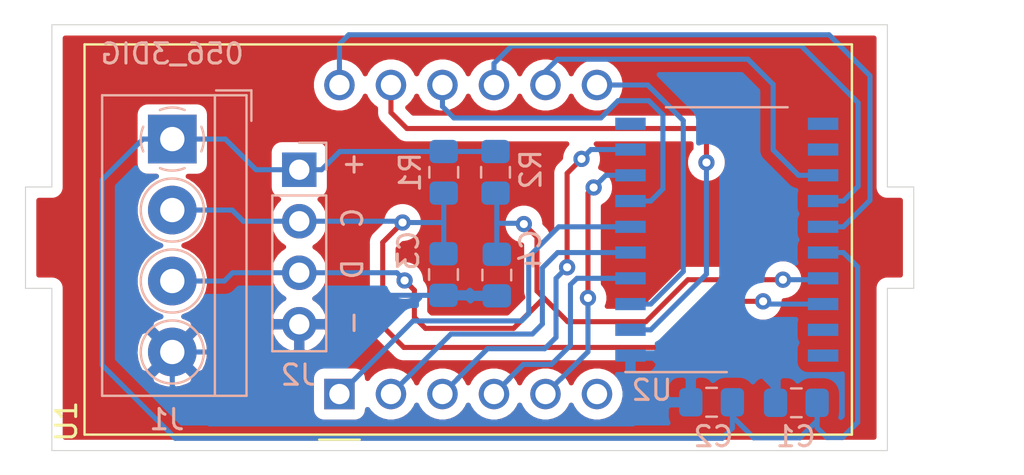
<source format=kicad_pcb>
(kicad_pcb (version 20171130) (host pcbnew 5.1.5+dfsg1-2build2)

  (general
    (thickness 1.6)
    (drawings 14)
    (tracks 190)
    (zones 0)
    (modules 10)
    (nets 22)
  )

  (page A4)
  (layers
    (0 F.Cu signal)
    (31 B.Cu signal)
    (32 B.Adhes user)
    (33 F.Adhes user)
    (34 B.Paste user)
    (35 F.Paste user)
    (36 B.SilkS user)
    (37 F.SilkS user)
    (38 B.Mask user)
    (39 F.Mask user)
    (40 Dwgs.User user)
    (41 Cmts.User user)
    (42 Eco1.User user)
    (43 Eco2.User user)
    (44 Edge.Cuts user)
    (45 Margin user)
    (46 B.CrtYd user)
    (47 F.CrtYd user)
    (48 B.Fab user)
    (49 F.Fab user)
  )

  (setup
    (last_trace_width 0.25)
    (trace_clearance 0.2)
    (zone_clearance 0.508)
    (zone_45_only no)
    (trace_min 0.2)
    (via_size 0.8)
    (via_drill 0.4)
    (via_min_size 0.4)
    (via_min_drill 0.3)
    (uvia_size 0.3)
    (uvia_drill 0.1)
    (uvias_allowed no)
    (uvia_min_size 0.2)
    (uvia_min_drill 0.1)
    (edge_width 0.05)
    (segment_width 0.2)
    (pcb_text_width 0.3)
    (pcb_text_size 1.5 1.5)
    (mod_edge_width 0.12)
    (mod_text_size 1 1)
    (mod_text_width 0.15)
    (pad_size 1.524 1.524)
    (pad_drill 0.762)
    (pad_to_mask_clearance 0.051)
    (solder_mask_min_width 0.25)
    (aux_axis_origin 0 0)
    (visible_elements FFFFFF7F)
    (pcbplotparams
      (layerselection 0x010fc_ffffffff)
      (usegerberextensions false)
      (usegerberattributes false)
      (usegerberadvancedattributes false)
      (creategerberjobfile false)
      (excludeedgelayer true)
      (linewidth 0.100000)
      (plotframeref false)
      (viasonmask false)
      (mode 1)
      (useauxorigin false)
      (hpglpennumber 1)
      (hpglpenspeed 20)
      (hpglpendiameter 15.000000)
      (psnegative false)
      (psa4output false)
      (plotreference true)
      (plotvalue true)
      (plotinvisibletext false)
      (padsonsilk false)
      (subtractmaskfromsilk false)
      (outputformat 1)
      (mirror false)
      (drillshape 1)
      (scaleselection 1)
      (outputdirectory ""))
  )

  (net 0 "")
  (net 1 "Net-(U1-Pad12)")
  (net 2 "Net-(U1-Pad11)")
  (net 3 "Net-(U1-Pad10)")
  (net 4 "Net-(U1-Pad9)")
  (net 5 "Net-(U1-Pad8)")
  (net 6 "Net-(U1-Pad7)")
  (net 7 "Net-(U1-Pad6)")
  (net 8 "Net-(U1-Pad5)")
  (net 9 "Net-(U1-Pad4)")
  (net 10 "Net-(U1-Pad3)")
  (net 11 "Net-(U1-Pad2)")
  (net 12 "Net-(U1-Pad1)")
  (net 13 "Net-(U2-Pad12)")
  (net 14 "Net-(U2-Pad11)")
  (net 15 "Net-(U2-Pad10)")
  (net 16 "Net-(U2-Pad20)")
  (net 17 "Net-(U2-Pad19)")
  (net 18 "Net-(C1-Pad2)")
  (net 19 "Net-(C1-Pad1)")
  (net 20 "Net-(C3-Pad1)")
  (net 21 "Net-(C4-Pad1)")

  (net_class Default "This is the default net class."
    (clearance 0.2)
    (trace_width 0.25)
    (via_dia 0.8)
    (via_drill 0.4)
    (uvia_dia 0.3)
    (uvia_drill 0.1)
    (add_net "Net-(C1-Pad1)")
    (add_net "Net-(C1-Pad2)")
    (add_net "Net-(C3-Pad1)")
    (add_net "Net-(C4-Pad1)")
    (add_net "Net-(U1-Pad1)")
    (add_net "Net-(U1-Pad10)")
    (add_net "Net-(U1-Pad11)")
    (add_net "Net-(U1-Pad12)")
    (add_net "Net-(U1-Pad2)")
    (add_net "Net-(U1-Pad3)")
    (add_net "Net-(U1-Pad4)")
    (add_net "Net-(U1-Pad5)")
    (add_net "Net-(U1-Pad6)")
    (add_net "Net-(U1-Pad7)")
    (add_net "Net-(U1-Pad8)")
    (add_net "Net-(U1-Pad9)")
    (add_net "Net-(U2-Pad10)")
    (add_net "Net-(U2-Pad11)")
    (add_net "Net-(U2-Pad12)")
    (add_net "Net-(U2-Pad19)")
    (add_net "Net-(U2-Pad20)")
  )

  (module Connector_PinHeader_2.54mm:PinHeader_1x04_P2.54mm_Vertical (layer B.Cu) (tedit 59FED5CC) (tstamp 618EB5D8)
    (at 113.4999 107.1499 180)
    (descr "Through hole straight pin header, 1x04, 2.54mm pitch, single row")
    (tags "Through hole pin header THT 1x04 2.54mm single row")
    (path /619257D5)
    (fp_text reference J2 (at 0.0508 -10.1219) (layer B.SilkS)
      (effects (font (size 1 1) (thickness 0.15)) (justify mirror))
    )
    (fp_text value Conn_01x04_Male (at 0 -9.95) (layer B.Fab)
      (effects (font (size 1 1) (thickness 0.15)) (justify mirror))
    )
    (fp_text user %R (at 0 -3.81 270) (layer B.Fab)
      (effects (font (size 1 1) (thickness 0.15)) (justify mirror))
    )
    (fp_line (start 1.8 1.8) (end -1.8 1.8) (layer B.CrtYd) (width 0.05))
    (fp_line (start 1.8 -9.4) (end 1.8 1.8) (layer B.CrtYd) (width 0.05))
    (fp_line (start -1.8 -9.4) (end 1.8 -9.4) (layer B.CrtYd) (width 0.05))
    (fp_line (start -1.8 1.8) (end -1.8 -9.4) (layer B.CrtYd) (width 0.05))
    (fp_line (start -1.33 1.33) (end 0 1.33) (layer B.SilkS) (width 0.12))
    (fp_line (start -1.33 0) (end -1.33 1.33) (layer B.SilkS) (width 0.12))
    (fp_line (start -1.33 -1.27) (end 1.33 -1.27) (layer B.SilkS) (width 0.12))
    (fp_line (start 1.33 -1.27) (end 1.33 -8.95) (layer B.SilkS) (width 0.12))
    (fp_line (start -1.33 -1.27) (end -1.33 -8.95) (layer B.SilkS) (width 0.12))
    (fp_line (start -1.33 -8.95) (end 1.33 -8.95) (layer B.SilkS) (width 0.12))
    (fp_line (start -1.27 0.635) (end -0.635 1.27) (layer B.Fab) (width 0.1))
    (fp_line (start -1.27 -8.89) (end -1.27 0.635) (layer B.Fab) (width 0.1))
    (fp_line (start 1.27 -8.89) (end -1.27 -8.89) (layer B.Fab) (width 0.1))
    (fp_line (start 1.27 1.27) (end 1.27 -8.89) (layer B.Fab) (width 0.1))
    (fp_line (start -0.635 1.27) (end 1.27 1.27) (layer B.Fab) (width 0.1))
    (pad 4 thru_hole oval (at 0 -7.62 180) (size 1.7 1.7) (drill 1) (layers *.Cu *.Mask)
      (net 18 "Net-(C1-Pad2)"))
    (pad 3 thru_hole oval (at 0 -5.08 180) (size 1.7 1.7) (drill 1) (layers *.Cu *.Mask)
      (net 21 "Net-(C4-Pad1)"))
    (pad 2 thru_hole oval (at 0 -2.54 180) (size 1.7 1.7) (drill 1) (layers *.Cu *.Mask)
      (net 20 "Net-(C3-Pad1)"))
    (pad 1 thru_hole rect (at 0 0 180) (size 1.7 1.7) (drill 1) (layers *.Cu *.Mask)
      (net 19 "Net-(C1-Pad1)"))
    (model ${KISYS3DMOD}/Connector_PinHeader_2.54mm.3dshapes/PinHeader_1x04_P2.54mm_Vertical.wrl
      (at (xyz 0 0 0))
      (scale (xyz 1 1 1))
      (rotate (xyz 0 0 0))
    )
  )

  (module Resistor_SMD:R_0805_2012Metric_Pad1.15x1.40mm_HandSolder (layer B.Cu) (tedit 5B36C52B) (tstamp 618E9595)
    (at 123.1773 107.2769 270)
    (descr "Resistor SMD 0805 (2012 Metric), square (rectangular) end terminal, IPC_7351 nominal with elongated pad for handsoldering. (Body size source: https://docs.google.com/spreadsheets/d/1BsfQQcO9C6DZCsRaXUlFlo91Tg2WpOkGARC1WS5S8t0/edit?usp=sharing), generated with kicad-footprint-generator")
    (tags "resistor handsolder")
    (path /618FC30B)
    (attr smd)
    (fp_text reference R2 (at -0.1397 -1.7399 90) (layer B.SilkS)
      (effects (font (size 1 1) (thickness 0.15)) (justify mirror))
    )
    (fp_text value 10k (at 0 -1.65 90) (layer B.Fab)
      (effects (font (size 1 1) (thickness 0.15)) (justify mirror))
    )
    (fp_text user %R (at 0 0 90) (layer B.Fab)
      (effects (font (size 0.5 0.5) (thickness 0.08)) (justify mirror))
    )
    (fp_line (start 1.85 -0.95) (end -1.85 -0.95) (layer B.CrtYd) (width 0.05))
    (fp_line (start 1.85 0.95) (end 1.85 -0.95) (layer B.CrtYd) (width 0.05))
    (fp_line (start -1.85 0.95) (end 1.85 0.95) (layer B.CrtYd) (width 0.05))
    (fp_line (start -1.85 -0.95) (end -1.85 0.95) (layer B.CrtYd) (width 0.05))
    (fp_line (start -0.261252 -0.71) (end 0.261252 -0.71) (layer B.SilkS) (width 0.12))
    (fp_line (start -0.261252 0.71) (end 0.261252 0.71) (layer B.SilkS) (width 0.12))
    (fp_line (start 1 -0.6) (end -1 -0.6) (layer B.Fab) (width 0.1))
    (fp_line (start 1 0.6) (end 1 -0.6) (layer B.Fab) (width 0.1))
    (fp_line (start -1 0.6) (end 1 0.6) (layer B.Fab) (width 0.1))
    (fp_line (start -1 -0.6) (end -1 0.6) (layer B.Fab) (width 0.1))
    (pad 2 smd roundrect (at 1.025 0 270) (size 1.15 1.4) (layers B.Cu B.Paste B.Mask) (roundrect_rratio 0.217391)
      (net 21 "Net-(C4-Pad1)"))
    (pad 1 smd roundrect (at -1.025 0 270) (size 1.15 1.4) (layers B.Cu B.Paste B.Mask) (roundrect_rratio 0.217391)
      (net 19 "Net-(C1-Pad1)"))
    (model ${KISYS3DMOD}/Resistor_SMD.3dshapes/R_0805_2012Metric.wrl
      (at (xyz 0 0 0))
      (scale (xyz 1 1 1))
      (rotate (xyz 0 0 0))
    )
  )

  (module Resistor_SMD:R_0805_2012Metric_Pad1.15x1.40mm_HandSolder (layer B.Cu) (tedit 5B36C52B) (tstamp 618E9584)
    (at 120.6246 107.2769 270)
    (descr "Resistor SMD 0805 (2012 Metric), square (rectangular) end terminal, IPC_7351 nominal with elongated pad for handsoldering. (Body size source: https://docs.google.com/spreadsheets/d/1BsfQQcO9C6DZCsRaXUlFlo91Tg2WpOkGARC1WS5S8t0/edit?usp=sharing), generated with kicad-footprint-generator")
    (tags "resistor handsolder")
    (path /618FD638)
    (attr smd)
    (fp_text reference R1 (at 0 1.65 90) (layer B.SilkS)
      (effects (font (size 1 1) (thickness 0.15)) (justify mirror))
    )
    (fp_text value 10k (at 0 -1.65 90) (layer B.Fab)
      (effects (font (size 1 1) (thickness 0.15)) (justify mirror))
    )
    (fp_text user %R (at 0 0 90) (layer B.Fab)
      (effects (font (size 0.5 0.5) (thickness 0.08)) (justify mirror))
    )
    (fp_line (start 1.85 -0.95) (end -1.85 -0.95) (layer B.CrtYd) (width 0.05))
    (fp_line (start 1.85 0.95) (end 1.85 -0.95) (layer B.CrtYd) (width 0.05))
    (fp_line (start -1.85 0.95) (end 1.85 0.95) (layer B.CrtYd) (width 0.05))
    (fp_line (start -1.85 -0.95) (end -1.85 0.95) (layer B.CrtYd) (width 0.05))
    (fp_line (start -0.261252 -0.71) (end 0.261252 -0.71) (layer B.SilkS) (width 0.12))
    (fp_line (start -0.261252 0.71) (end 0.261252 0.71) (layer B.SilkS) (width 0.12))
    (fp_line (start 1 -0.6) (end -1 -0.6) (layer B.Fab) (width 0.1))
    (fp_line (start 1 0.6) (end 1 -0.6) (layer B.Fab) (width 0.1))
    (fp_line (start -1 0.6) (end 1 0.6) (layer B.Fab) (width 0.1))
    (fp_line (start -1 -0.6) (end -1 0.6) (layer B.Fab) (width 0.1))
    (pad 2 smd roundrect (at 1.025 0 270) (size 1.15 1.4) (layers B.Cu B.Paste B.Mask) (roundrect_rratio 0.217391)
      (net 20 "Net-(C3-Pad1)"))
    (pad 1 smd roundrect (at -1.025 0 270) (size 1.15 1.4) (layers B.Cu B.Paste B.Mask) (roundrect_rratio 0.217391)
      (net 19 "Net-(C1-Pad1)"))
    (model ${KISYS3DMOD}/Resistor_SMD.3dshapes/R_0805_2012Metric.wrl
      (at (xyz 0 0 0))
      (scale (xyz 1 1 1))
      (rotate (xyz 0 0 0))
    )
  )

  (module Capacitor_SMD:C_0805_2012Metric_Pad1.15x1.40mm_HandSolder (layer B.Cu) (tedit 5B36C52B) (tstamp 618E94C9)
    (at 123.2408 112.3442 270)
    (descr "Capacitor SMD 0805 (2012 Metric), square (rectangular) end terminal, IPC_7351 nominal with elongated pad for handsoldering. (Body size source: https://docs.google.com/spreadsheets/d/1BsfQQcO9C6DZCsRaXUlFlo91Tg2WpOkGARC1WS5S8t0/edit?usp=sharing), generated with kicad-footprint-generator")
    (tags "capacitor handsolder")
    (path /618F3C54)
    (attr smd)
    (fp_text reference C4 (at -1.27 -1.6637 90) (layer B.SilkS)
      (effects (font (size 1 1) (thickness 0.15)) (justify mirror))
    )
    (fp_text value 100pF (at 0 -1.65 90) (layer B.Fab)
      (effects (font (size 1 1) (thickness 0.15)) (justify mirror))
    )
    (fp_text user %R (at 0 0 90) (layer B.Fab)
      (effects (font (size 0.5 0.5) (thickness 0.08)) (justify mirror))
    )
    (fp_line (start 1.85 -0.95) (end -1.85 -0.95) (layer B.CrtYd) (width 0.05))
    (fp_line (start 1.85 0.95) (end 1.85 -0.95) (layer B.CrtYd) (width 0.05))
    (fp_line (start -1.85 0.95) (end 1.85 0.95) (layer B.CrtYd) (width 0.05))
    (fp_line (start -1.85 -0.95) (end -1.85 0.95) (layer B.CrtYd) (width 0.05))
    (fp_line (start -0.261252 -0.71) (end 0.261252 -0.71) (layer B.SilkS) (width 0.12))
    (fp_line (start -0.261252 0.71) (end 0.261252 0.71) (layer B.SilkS) (width 0.12))
    (fp_line (start 1 -0.6) (end -1 -0.6) (layer B.Fab) (width 0.1))
    (fp_line (start 1 0.6) (end 1 -0.6) (layer B.Fab) (width 0.1))
    (fp_line (start -1 0.6) (end 1 0.6) (layer B.Fab) (width 0.1))
    (fp_line (start -1 -0.6) (end -1 0.6) (layer B.Fab) (width 0.1))
    (pad 2 smd roundrect (at 1.025 0 270) (size 1.15 1.4) (layers B.Cu B.Paste B.Mask) (roundrect_rratio 0.217391)
      (net 18 "Net-(C1-Pad2)"))
    (pad 1 smd roundrect (at -1.025 0 270) (size 1.15 1.4) (layers B.Cu B.Paste B.Mask) (roundrect_rratio 0.217391)
      (net 21 "Net-(C4-Pad1)"))
    (model ${KISYS3DMOD}/Capacitor_SMD.3dshapes/C_0805_2012Metric.wrl
      (at (xyz 0 0 0))
      (scale (xyz 1 1 1))
      (rotate (xyz 0 0 0))
    )
  )

  (module Capacitor_SMD:C_0805_2012Metric_Pad1.15x1.40mm_HandSolder (layer B.Cu) (tedit 5B36C52B) (tstamp 618E94B8)
    (at 120.6119 112.3188 270)
    (descr "Capacitor SMD 0805 (2012 Metric), square (rectangular) end terminal, IPC_7351 nominal with elongated pad for handsoldering. (Body size source: https://docs.google.com/spreadsheets/d/1BsfQQcO9C6DZCsRaXUlFlo91Tg2WpOkGARC1WS5S8t0/edit?usp=sharing), generated with kicad-footprint-generator")
    (tags "capacitor handsolder")
    (path /618F4017)
    (attr smd)
    (fp_text reference C3 (at -1.1811 1.7272 90) (layer B.SilkS)
      (effects (font (size 1 1) (thickness 0.15)) (justify mirror))
    )
    (fp_text value 100pF (at 0 -1.65 90) (layer B.Fab)
      (effects (font (size 1 1) (thickness 0.15)) (justify mirror))
    )
    (fp_text user %R (at 0 0 90) (layer B.Fab)
      (effects (font (size 0.5 0.5) (thickness 0.08)) (justify mirror))
    )
    (fp_line (start 1.85 -0.95) (end -1.85 -0.95) (layer B.CrtYd) (width 0.05))
    (fp_line (start 1.85 0.95) (end 1.85 -0.95) (layer B.CrtYd) (width 0.05))
    (fp_line (start -1.85 0.95) (end 1.85 0.95) (layer B.CrtYd) (width 0.05))
    (fp_line (start -1.85 -0.95) (end -1.85 0.95) (layer B.CrtYd) (width 0.05))
    (fp_line (start -0.261252 -0.71) (end 0.261252 -0.71) (layer B.SilkS) (width 0.12))
    (fp_line (start -0.261252 0.71) (end 0.261252 0.71) (layer B.SilkS) (width 0.12))
    (fp_line (start 1 -0.6) (end -1 -0.6) (layer B.Fab) (width 0.1))
    (fp_line (start 1 0.6) (end 1 -0.6) (layer B.Fab) (width 0.1))
    (fp_line (start -1 0.6) (end 1 0.6) (layer B.Fab) (width 0.1))
    (fp_line (start -1 -0.6) (end -1 0.6) (layer B.Fab) (width 0.1))
    (pad 2 smd roundrect (at 1.025 0 270) (size 1.15 1.4) (layers B.Cu B.Paste B.Mask) (roundrect_rratio 0.217391)
      (net 18 "Net-(C1-Pad2)"))
    (pad 1 smd roundrect (at -1.025 0 270) (size 1.15 1.4) (layers B.Cu B.Paste B.Mask) (roundrect_rratio 0.217391)
      (net 20 "Net-(C3-Pad1)"))
    (model ${KISYS3DMOD}/Capacitor_SMD.3dshapes/C_0805_2012Metric.wrl
      (at (xyz 0 0 0))
      (scale (xyz 1 1 1))
      (rotate (xyz 0 0 0))
    )
  )

  (module Capacitor_SMD:C_0805_2012Metric_Pad1.15x1.40mm_HandSolder (layer B.Cu) (tedit 5B36C52B) (tstamp 618EA1B2)
    (at 133.8326 118.618 180)
    (descr "Capacitor SMD 0805 (2012 Metric), square (rectangular) end terminal, IPC_7351 nominal with elongated pad for handsoldering. (Body size source: https://docs.google.com/spreadsheets/d/1BsfQQcO9C6DZCsRaXUlFlo91Tg2WpOkGARC1WS5S8t0/edit?usp=sharing), generated with kicad-footprint-generator")
    (tags "capacitor handsolder")
    (path /618F43A8)
    (attr smd)
    (fp_text reference C2 (at -0.0889 -1.6891) (layer B.SilkS)
      (effects (font (size 1 1) (thickness 0.15)) (justify mirror))
    )
    (fp_text value 100nF (at 0 -1.65) (layer B.Fab)
      (effects (font (size 1 1) (thickness 0.15)) (justify mirror))
    )
    (fp_text user %R (at 0 0) (layer B.Fab)
      (effects (font (size 0.5 0.5) (thickness 0.08)) (justify mirror))
    )
    (fp_line (start 1.85 -0.95) (end -1.85 -0.95) (layer B.CrtYd) (width 0.05))
    (fp_line (start 1.85 0.95) (end 1.85 -0.95) (layer B.CrtYd) (width 0.05))
    (fp_line (start -1.85 0.95) (end 1.85 0.95) (layer B.CrtYd) (width 0.05))
    (fp_line (start -1.85 -0.95) (end -1.85 0.95) (layer B.CrtYd) (width 0.05))
    (fp_line (start -0.261252 -0.71) (end 0.261252 -0.71) (layer B.SilkS) (width 0.12))
    (fp_line (start -0.261252 0.71) (end 0.261252 0.71) (layer B.SilkS) (width 0.12))
    (fp_line (start 1 -0.6) (end -1 -0.6) (layer B.Fab) (width 0.1))
    (fp_line (start 1 0.6) (end 1 -0.6) (layer B.Fab) (width 0.1))
    (fp_line (start -1 0.6) (end 1 0.6) (layer B.Fab) (width 0.1))
    (fp_line (start -1 -0.6) (end -1 0.6) (layer B.Fab) (width 0.1))
    (pad 2 smd roundrect (at 1.025 0 180) (size 1.15 1.4) (layers B.Cu B.Paste B.Mask) (roundrect_rratio 0.217391)
      (net 18 "Net-(C1-Pad2)"))
    (pad 1 smd roundrect (at -1.025 0 180) (size 1.15 1.4) (layers B.Cu B.Paste B.Mask) (roundrect_rratio 0.217391)
      (net 19 "Net-(C1-Pad1)"))
    (model ${KISYS3DMOD}/Capacitor_SMD.3dshapes/C_0805_2012Metric.wrl
      (at (xyz 0 0 0))
      (scale (xyz 1 1 1))
      (rotate (xyz 0 0 0))
    )
  )

  (module Capacitor_SMD:C_0805_2012Metric_Pad1.15x1.40mm_HandSolder (layer B.Cu) (tedit 5B36C52B) (tstamp 618E9496)
    (at 138.0109 118.6434 180)
    (descr "Capacitor SMD 0805 (2012 Metric), square (rectangular) end terminal, IPC_7351 nominal with elongated pad for handsoldering. (Body size source: https://docs.google.com/spreadsheets/d/1BsfQQcO9C6DZCsRaXUlFlo91Tg2WpOkGARC1WS5S8t0/edit?usp=sharing), generated with kicad-footprint-generator")
    (tags "capacitor handsolder")
    (path /618F4787)
    (attr smd)
    (fp_text reference C1 (at 0.0254 -1.6637) (layer B.SilkS)
      (effects (font (size 1 1) (thickness 0.15)) (justify mirror))
    )
    (fp_text value 10uF (at 0 -1.65) (layer B.Fab)
      (effects (font (size 1 1) (thickness 0.15)) (justify mirror))
    )
    (fp_text user %R (at 0 0) (layer B.Fab)
      (effects (font (size 0.5 0.5) (thickness 0.08)) (justify mirror))
    )
    (fp_line (start 1.85 -0.95) (end -1.85 -0.95) (layer B.CrtYd) (width 0.05))
    (fp_line (start 1.85 0.95) (end 1.85 -0.95) (layer B.CrtYd) (width 0.05))
    (fp_line (start -1.85 0.95) (end 1.85 0.95) (layer B.CrtYd) (width 0.05))
    (fp_line (start -1.85 -0.95) (end -1.85 0.95) (layer B.CrtYd) (width 0.05))
    (fp_line (start -0.261252 -0.71) (end 0.261252 -0.71) (layer B.SilkS) (width 0.12))
    (fp_line (start -0.261252 0.71) (end 0.261252 0.71) (layer B.SilkS) (width 0.12))
    (fp_line (start 1 -0.6) (end -1 -0.6) (layer B.Fab) (width 0.1))
    (fp_line (start 1 0.6) (end 1 -0.6) (layer B.Fab) (width 0.1))
    (fp_line (start -1 0.6) (end 1 0.6) (layer B.Fab) (width 0.1))
    (fp_line (start -1 -0.6) (end -1 0.6) (layer B.Fab) (width 0.1))
    (pad 2 smd roundrect (at 1.025 0 180) (size 1.15 1.4) (layers B.Cu B.Paste B.Mask) (roundrect_rratio 0.217391)
      (net 18 "Net-(C1-Pad2)"))
    (pad 1 smd roundrect (at -1.025 0 180) (size 1.15 1.4) (layers B.Cu B.Paste B.Mask) (roundrect_rratio 0.217391)
      (net 19 "Net-(C1-Pad1)"))
    (model ${KISYS3DMOD}/Capacitor_SMD.3dshapes/C_0805_2012Metric.wrl
      (at (xyz 0 0 0))
      (scale (xyz 1 1 1))
      (rotate (xyz 0 0 0))
    )
  )

  (module TerminalBlock_4Ucon:TerminalBlock_4Ucon_1x04_P3.50mm_Horizontal (layer B.Cu) (tedit 5B294E91) (tstamp 618E902F)
    (at 107.2388 105.6386 270)
    (descr "Terminal Block 4Ucon ItemNo. 20001, 4 pins, pitch 3.5mm, size 14.7x7mm^2, drill diamater 1.2mm, pad diameter 2.4mm, see http://www.4uconnector.com/online/object/4udrawing/20001.pdf, script-generated using https://github.com/pointhi/kicad-footprint-generator/scripts/TerminalBlock_4Ucon")
    (tags "THT Terminal Block 4Ucon ItemNo. 20001 pitch 3.5mm size 14.7x7mm^2 drill 1.2mm pad 2.4mm")
    (path /618E9513)
    (fp_text reference J1 (at 13.8303 0.2667 180) (layer B.SilkS)
      (effects (font (size 1 1) (thickness 0.15)) (justify mirror))
    )
    (fp_text value Conn_01x04_Female (at 5.25 -4.66 90) (layer B.Fab)
      (effects (font (size 1 1) (thickness 0.15)) (justify mirror))
    )
    (fp_text user %R (at 5.25 -2.9 90) (layer B.Fab)
      (effects (font (size 1 1) (thickness 0.15)) (justify mirror))
    )
    (fp_line (start 13.1 3.9) (end -2.6 3.9) (layer B.CrtYd) (width 0.05))
    (fp_line (start 13.1 -4.1) (end 13.1 3.9) (layer B.CrtYd) (width 0.05))
    (fp_line (start -2.6 -4.1) (end 13.1 -4.1) (layer B.CrtYd) (width 0.05))
    (fp_line (start -2.6 3.9) (end -2.6 -4.1) (layer B.CrtYd) (width 0.05))
    (fp_line (start -2.4 -3.9) (end -0.9 -3.9) (layer B.SilkS) (width 0.12))
    (fp_line (start -2.4 -2.16) (end -2.4 -3.9) (layer B.SilkS) (width 0.12))
    (fp_line (start 9.4 -0.069) (end 9.4 0.069) (layer B.Fab) (width 0.1))
    (fp_line (start 10.431 -0.069) (end 9.4 -0.069) (layer B.Fab) (width 0.1))
    (fp_line (start 10.431 -1.1) (end 10.431 -0.069) (layer B.Fab) (width 0.1))
    (fp_line (start 10.569 -1.1) (end 10.431 -1.1) (layer B.Fab) (width 0.1))
    (fp_line (start 10.569 -0.069) (end 10.569 -1.1) (layer B.Fab) (width 0.1))
    (fp_line (start 11.6 -0.069) (end 10.569 -0.069) (layer B.Fab) (width 0.1))
    (fp_line (start 11.6 0.069) (end 11.6 -0.069) (layer B.Fab) (width 0.1))
    (fp_line (start 10.569 0.069) (end 11.6 0.069) (layer B.Fab) (width 0.1))
    (fp_line (start 10.569 1.1) (end 10.569 0.069) (layer B.Fab) (width 0.1))
    (fp_line (start 10.431 1.1) (end 10.569 1.1) (layer B.Fab) (width 0.1))
    (fp_line (start 10.431 0.069) (end 10.431 1.1) (layer B.Fab) (width 0.1))
    (fp_line (start 9.4 0.069) (end 10.431 0.069) (layer B.Fab) (width 0.1))
    (fp_line (start 5.9 -0.069) (end 5.9 0.069) (layer B.Fab) (width 0.1))
    (fp_line (start 6.931 -0.069) (end 5.9 -0.069) (layer B.Fab) (width 0.1))
    (fp_line (start 6.931 -1.1) (end 6.931 -0.069) (layer B.Fab) (width 0.1))
    (fp_line (start 7.069 -1.1) (end 6.931 -1.1) (layer B.Fab) (width 0.1))
    (fp_line (start 7.069 -0.069) (end 7.069 -1.1) (layer B.Fab) (width 0.1))
    (fp_line (start 8.1 -0.069) (end 7.069 -0.069) (layer B.Fab) (width 0.1))
    (fp_line (start 8.1 0.069) (end 8.1 -0.069) (layer B.Fab) (width 0.1))
    (fp_line (start 7.069 0.069) (end 8.1 0.069) (layer B.Fab) (width 0.1))
    (fp_line (start 7.069 1.1) (end 7.069 0.069) (layer B.Fab) (width 0.1))
    (fp_line (start 6.931 1.1) (end 7.069 1.1) (layer B.Fab) (width 0.1))
    (fp_line (start 6.931 0.069) (end 6.931 1.1) (layer B.Fab) (width 0.1))
    (fp_line (start 5.9 0.069) (end 6.931 0.069) (layer B.Fab) (width 0.1))
    (fp_line (start 2.4 -0.069) (end 2.4 0.069) (layer B.Fab) (width 0.1))
    (fp_line (start 3.431 -0.069) (end 2.4 -0.069) (layer B.Fab) (width 0.1))
    (fp_line (start 3.431 -1.1) (end 3.431 -0.069) (layer B.Fab) (width 0.1))
    (fp_line (start 3.569 -1.1) (end 3.431 -1.1) (layer B.Fab) (width 0.1))
    (fp_line (start 3.569 -0.069) (end 3.569 -1.1) (layer B.Fab) (width 0.1))
    (fp_line (start 4.6 -0.069) (end 3.569 -0.069) (layer B.Fab) (width 0.1))
    (fp_line (start 4.6 0.069) (end 4.6 -0.069) (layer B.Fab) (width 0.1))
    (fp_line (start 3.569 0.069) (end 4.6 0.069) (layer B.Fab) (width 0.1))
    (fp_line (start 3.569 1.1) (end 3.569 0.069) (layer B.Fab) (width 0.1))
    (fp_line (start 3.431 1.1) (end 3.569 1.1) (layer B.Fab) (width 0.1))
    (fp_line (start 3.431 0.069) (end 3.431 1.1) (layer B.Fab) (width 0.1))
    (fp_line (start 2.4 0.069) (end 3.431 0.069) (layer B.Fab) (width 0.1))
    (fp_line (start -1.1 -0.069) (end -1.1 0.069) (layer B.Fab) (width 0.1))
    (fp_line (start -0.069 -0.069) (end -1.1 -0.069) (layer B.Fab) (width 0.1))
    (fp_line (start -0.069 -1.1) (end -0.069 -0.069) (layer B.Fab) (width 0.1))
    (fp_line (start 0.069 -1.1) (end -0.069 -1.1) (layer B.Fab) (width 0.1))
    (fp_line (start 0.069 -0.069) (end 0.069 -1.1) (layer B.Fab) (width 0.1))
    (fp_line (start 1.1 -0.069) (end 0.069 -0.069) (layer B.Fab) (width 0.1))
    (fp_line (start 1.1 0.069) (end 1.1 -0.069) (layer B.Fab) (width 0.1))
    (fp_line (start 0.069 0.069) (end 1.1 0.069) (layer B.Fab) (width 0.1))
    (fp_line (start 0.069 1.1) (end 0.069 0.069) (layer B.Fab) (width 0.1))
    (fp_line (start -0.069 1.1) (end 0.069 1.1) (layer B.Fab) (width 0.1))
    (fp_line (start -0.069 0.069) (end -0.069 1.1) (layer B.Fab) (width 0.1))
    (fp_line (start -1.1 0.069) (end -0.069 0.069) (layer B.Fab) (width 0.1))
    (fp_line (start 12.66 3.46) (end 12.66 -3.66) (layer B.SilkS) (width 0.12))
    (fp_line (start -2.16 3.46) (end -2.16 -3.66) (layer B.SilkS) (width 0.12))
    (fp_line (start -2.16 -3.66) (end 12.66 -3.66) (layer B.SilkS) (width 0.12))
    (fp_line (start -2.16 3.46) (end 12.66 3.46) (layer B.SilkS) (width 0.12))
    (fp_line (start -2.16 -2.1) (end 12.66 -2.1) (layer B.SilkS) (width 0.12))
    (fp_line (start -2.1 -2.1) (end 12.6 -2.1) (layer B.Fab) (width 0.1))
    (fp_line (start -2.1 -2.1) (end -2.1 3.4) (layer B.Fab) (width 0.1))
    (fp_line (start -0.6 -3.6) (end -2.1 -2.1) (layer B.Fab) (width 0.1))
    (fp_line (start 12.6 -3.6) (end -0.6 -3.6) (layer B.Fab) (width 0.1))
    (fp_line (start 12.6 3.4) (end 12.6 -3.6) (layer B.Fab) (width 0.1))
    (fp_line (start -2.1 3.4) (end 12.6 3.4) (layer B.Fab) (width 0.1))
    (fp_circle (center 10.5 0) (end 12.055 0) (layer B.SilkS) (width 0.12))
    (fp_circle (center 10.5 0) (end 11.875 0) (layer B.Fab) (width 0.1))
    (fp_circle (center 7 0) (end 8.555 0) (layer B.SilkS) (width 0.12))
    (fp_circle (center 7 0) (end 8.375 0) (layer B.Fab) (width 0.1))
    (fp_circle (center 3.5 0) (end 5.055 0) (layer B.SilkS) (width 0.12))
    (fp_circle (center 3.5 0) (end 4.875 0) (layer B.Fab) (width 0.1))
    (fp_circle (center 0 0) (end 1.375 0) (layer B.Fab) (width 0.1))
    (fp_arc (start 0 0) (end -0.608 -1.432) (angle 24) (layer B.SilkS) (width 0.12))
    (fp_arc (start 0 0) (end -1.432 0.608) (angle 46) (layer B.SilkS) (width 0.12))
    (fp_arc (start 0 0) (end 0.608 1.432) (angle 46) (layer B.SilkS) (width 0.12))
    (fp_arc (start 0 0) (end 1.432 -0.608) (angle 46) (layer B.SilkS) (width 0.12))
    (fp_arc (start 0 0) (end 0 -1.555) (angle 23) (layer B.SilkS) (width 0.12))
    (pad 4 thru_hole circle (at 10.5 0 270) (size 2.4 2.4) (drill 1.2) (layers *.Cu *.Mask)
      (net 18 "Net-(C1-Pad2)"))
    (pad 3 thru_hole circle (at 7 0 270) (size 2.4 2.4) (drill 1.2) (layers *.Cu *.Mask)
      (net 21 "Net-(C4-Pad1)"))
    (pad 2 thru_hole circle (at 3.5 0 270) (size 2.4 2.4) (drill 1.2) (layers *.Cu *.Mask)
      (net 20 "Net-(C3-Pad1)"))
    (pad 1 thru_hole rect (at 0 0 270) (size 2.4 2.4) (drill 1.2) (layers *.Cu *.Mask)
      (net 19 "Net-(C1-Pad1)"))
    (model ${KISYS3DMOD}/TerminalBlock_4Ucon.3dshapes/TerminalBlock_4Ucon_1x04_P3.50mm_Horizontal.wrl
      (at (xyz 0 0 0))
      (scale (xyz 1 1 1))
      (rotate (xyz 0 0 0))
    )
  )

  (module Package_SO:SO-20_12.8x7.5mm_P1.27mm (layer B.Cu) (tedit 5A02F2D3) (tstamp 618DEBDD)
    (at 134.5819 110.6)
    (descr "SO-20, 12.8x7.5mm, https://www.nxp.com/docs/en/data-sheet/SA605.pdf")
    (tags "S0-20 ")
    (path /618E730A)
    (attr smd)
    (fp_text reference U2 (at -3.69 7.42) (layer B.SilkS)
      (effects (font (size 1 1) (thickness 0.15)) (justify mirror))
    )
    (fp_text value TM1637 (at 0 -7.99) (layer B.Fab)
      (effects (font (size 1 1) (thickness 0.15)) (justify mirror))
    )
    (fp_text user %R (at 0 0) (layer B.Fab)
      (effects (font (size 1 1) (thickness 0.15)) (justify mirror))
    )
    (fp_line (start -5.7 -6.7) (end -5.7 6.7) (layer B.CrtYd) (width 0.05))
    (fp_line (start 5.7 -6.7) (end -5.7 -6.7) (layer B.CrtYd) (width 0.05))
    (fp_line (start 5.7 6.7) (end 5.7 -6.7) (layer B.CrtYd) (width 0.05))
    (fp_line (start -5.7 6.7) (end 5.7 6.7) (layer B.CrtYd) (width 0.05))
    (fp_line (start -5 6.53) (end 0 6.53) (layer B.SilkS) (width 0.12))
    (fp_line (start -3 -6.53) (end 3 -6.53) (layer B.SilkS) (width 0.12))
    (fp_line (start -2.2 5.4) (end -1.2 6.4) (layer B.Fab) (width 0.1))
    (fp_line (start -2.2 -6.4) (end -2.2 5.4) (layer B.Fab) (width 0.1))
    (fp_line (start 2.2 -6.4) (end -2.2 -6.4) (layer B.Fab) (width 0.1))
    (fp_line (start 2.2 6.4) (end 2.2 -6.4) (layer B.Fab) (width 0.1))
    (fp_line (start -1.2 6.4) (end 2.2 6.4) (layer B.Fab) (width 0.1))
    (pad 20 smd rect (at 4.75 5.715) (size 1.5 0.6) (layers B.Cu B.Paste B.Mask)
      (net 16 "Net-(U2-Pad20)"))
    (pad 19 smd rect (at 4.75 4.445) (size 1.5 0.6) (layers B.Cu B.Paste B.Mask)
      (net 17 "Net-(U2-Pad19)"))
    (pad 18 smd rect (at 4.75 3.175) (size 1.5 0.6) (layers B.Cu B.Paste B.Mask)
      (net 20 "Net-(C3-Pad1)"))
    (pad 17 smd rect (at 4.75 1.905) (size 1.5 0.6) (layers B.Cu B.Paste B.Mask)
      (net 21 "Net-(C4-Pad1)"))
    (pad 16 smd rect (at 4.75 0.635) (size 1.5 0.6) (layers B.Cu B.Paste B.Mask)
      (net 19 "Net-(C1-Pad1)"))
    (pad 15 smd rect (at 4.75 -0.635) (size 1.5 0.6) (layers B.Cu B.Paste B.Mask)
      (net 1 "Net-(U1-Pad12)"))
    (pad 14 smd rect (at 4.75 -1.905) (size 1.5 0.6) (layers B.Cu B.Paste B.Mask)
      (net 4 "Net-(U1-Pad9)"))
    (pad 13 smd rect (at 4.75 -3.175) (size 1.5 0.6) (layers B.Cu B.Paste B.Mask)
      (net 5 "Net-(U1-Pad8)"))
    (pad 12 smd rect (at 4.75 -4.445) (size 1.5 0.6) (layers B.Cu B.Paste B.Mask)
      (net 13 "Net-(U2-Pad12)"))
    (pad 11 smd rect (at 4.75 -5.715) (size 1.5 0.6) (layers B.Cu B.Paste B.Mask)
      (net 14 "Net-(U2-Pad11)"))
    (pad 10 smd rect (at -4.75 -5.715) (size 1.5 0.6) (layers B.Cu B.Paste B.Mask)
      (net 15 "Net-(U2-Pad10)"))
    (pad 9 smd rect (at -4.75 -4.445) (size 1.5 0.6) (layers B.Cu B.Paste B.Mask)
      (net 10 "Net-(U1-Pad3)"))
    (pad 8 smd rect (at -4.75 -3.175) (size 1.5 0.6) (layers B.Cu B.Paste B.Mask)
      (net 8 "Net-(U1-Pad5)"))
    (pad 7 smd rect (at -4.75 -1.905) (size 1.5 0.6) (layers B.Cu B.Paste B.Mask)
      (net 3 "Net-(U1-Pad10)"))
    (pad 1 smd rect (at -4.75 5.715) (size 1.5 0.6) (layers B.Cu B.Paste B.Mask)
      (net 18 "Net-(C1-Pad2)"))
    (pad 2 smd rect (at -4.75 4.445) (size 1.5 0.6) (layers B.Cu B.Paste B.Mask)
      (net 2 "Net-(U1-Pad11)"))
    (pad 3 smd rect (at -4.75 3.175) (size 1.5 0.6) (layers B.Cu B.Paste B.Mask)
      (net 6 "Net-(U1-Pad7)"))
    (pad 4 smd rect (at -4.75 1.905) (size 1.5 0.6) (layers B.Cu B.Paste B.Mask)
      (net 9 "Net-(U1-Pad4)"))
    (pad 5 smd rect (at -4.75 0.635) (size 1.5 0.6) (layers B.Cu B.Paste B.Mask)
      (net 11 "Net-(U1-Pad2)"))
    (pad 6 smd rect (at -4.75 -0.635) (size 1.5 0.6) (layers B.Cu B.Paste B.Mask)
      (net 12 "Net-(U1-Pad1)"))
    (model ${KISYS3DMOD}/Package_SO.3dshapes/SO-20_12.8x7.5mm_P1.27mm.wrl
      (at (xyz 0 0 0))
      (scale (xyz 1 1 1))
      (rotate (xyz 0 0 0))
    )
  )

  (module KINGBRIGHTUSA:BA56-12SRWA (layer F.Cu) (tedit 618DC5D7) (tstamp 618E1A08)
    (at 115.4811 118.2116 90)
    (descr "3 digit 7 segment red LED, https://www.kingbrightusa.com/images/catalog/SPEC/BA56-12SRWA.pdf")
    (tags "3 digit 7 segment red LED")
    (path /618EFA42)
    (fp_text reference U1 (at -1.3462 -13.462 90) (layer F.SilkS)
      (effects (font (size 1 1) (thickness 0.15)))
    )
    (fp_text value BA56-12SRWA (at 3.5 32.92 90) (layer F.Fab)
      (effects (font (size 1 1) (thickness 0.15)))
    )
    (fp_text user %R (at 8.128 6.604 90) (layer F.Fab)
      (effects (font (size 1 1) (thickness 0.15)))
    )
    (fp_line (start -1.88 1) (end -1.88 25.15) (layer F.Fab) (width 0.1))
    (fp_line (start -1.88 25.15) (end 17.12 25.15) (layer F.Fab) (width 0.1))
    (fp_line (start 17.12 -12.45) (end 17.12 25.15) (layer F.Fab) (width 0.1))
    (fp_line (start -1.88 -12.45) (end 17.12 -12.45) (layer F.Fab) (width 0.1))
    (fp_line (start -2.25 -1) (end -2.25 1) (layer F.SilkS) (width 0.12))
    (fp_line (start -2.13 25.4) (end -2.13 -12.7) (layer F.CrtYd) (width 0.05))
    (fp_line (start 17.37 25.4) (end -2.13 25.4) (layer F.CrtYd) (width 0.05))
    (fp_line (start 17.37 -12.7) (end 17.37 25.4) (layer F.CrtYd) (width 0.05))
    (fp_line (start -2.13 -12.7) (end 17.37 -12.7) (layer F.CrtYd) (width 0.05))
    (fp_line (start -1.88 -1) (end -1.88 -12.45) (layer F.Fab) (width 0.1))
    (fp_line (start -0.88 0) (end -1.88 -1) (layer F.Fab) (width 0.1))
    (fp_line (start -1.88 1) (end -0.88 0) (layer F.Fab) (width 0.1))
    (fp_line (start 17.24 25.27) (end 17.24 -12.57) (layer F.SilkS) (width 0.12))
    (fp_line (start -2 25.27) (end 17.24 25.27) (layer F.SilkS) (width 0.12))
    (fp_line (start -2 -12.57) (end -2 25.27) (layer F.SilkS) (width 0.12))
    (fp_line (start -2 -12.57) (end 17.24 -12.57) (layer F.SilkS) (width 0.12))
    (pad 12 thru_hole circle (at 15.24 0 90) (size 1.5 1.5) (drill 1) (layers *.Cu *.Mask)
      (net 1 "Net-(U1-Pad12)"))
    (pad 11 thru_hole circle (at 15.24 2.54 90) (size 1.5 1.5) (drill 1) (layers *.Cu *.Mask)
      (net 2 "Net-(U1-Pad11)"))
    (pad 10 thru_hole circle (at 15.24 5.08 90) (size 1.5 1.5) (drill 1) (layers *.Cu *.Mask)
      (net 3 "Net-(U1-Pad10)"))
    (pad 9 thru_hole circle (at 15.24 7.62 90) (size 1.5 1.5) (drill 1) (layers *.Cu *.Mask)
      (net 4 "Net-(U1-Pad9)"))
    (pad 8 thru_hole circle (at 15.24 10.16 90) (size 1.5 1.5) (drill 1) (layers *.Cu *.Mask)
      (net 5 "Net-(U1-Pad8)"))
    (pad 7 thru_hole circle (at 15.24 12.7 90) (size 1.5 1.5) (drill 1) (layers *.Cu *.Mask)
      (net 6 "Net-(U1-Pad7)"))
    (pad 6 thru_hole circle (at 0 12.7 90) (size 1.5 1.5) (drill 1) (layers *.Cu *.Mask)
      (net 7 "Net-(U1-Pad6)"))
    (pad 5 thru_hole circle (at 0 10.16 90) (size 1.5 1.5) (drill 1) (layers *.Cu *.Mask)
      (net 8 "Net-(U1-Pad5)"))
    (pad 4 thru_hole circle (at 0 7.62 90) (size 1.5 1.5) (drill 1) (layers *.Cu *.Mask)
      (net 9 "Net-(U1-Pad4)"))
    (pad 3 thru_hole circle (at 0 5.08 90) (size 1.5 1.5) (drill 1) (layers *.Cu *.Mask)
      (net 10 "Net-(U1-Pad3)"))
    (pad 2 thru_hole circle (at 0 2.54 90) (size 1.5 1.5) (drill 1) (layers *.Cu *.Mask)
      (net 11 "Net-(U1-Pad2)"))
    (pad 1 thru_hole rect (at 0 0 90) (size 1.5 1.5) (drill 1) (layers *.Cu *.Mask)
      (net 12 "Net-(U1-Pad1)"))
    (model ${KISYS3DMOD}/Display_7Segment.3dshapes/BA56-12SRWA.wrl
      (at (xyz 0 0 0))
      (scale (xyz 1 1 1))
      (rotate (xyz 0 0 0))
    )
  )

  (gr_text 056_3DIG (at 107.2388 101.4349) (layer B.SilkS)
    (effects (font (size 1 1) (thickness 0.15)) (justify mirror))
  )
  (gr_text "+  C  D  -" (at 116.1288 110.7948 -270) (layer B.SilkS)
    (effects (font (size 1 1) (thickness 0.15)) (justify mirror))
  )
  (gr_line (start 142.5 113) (end 142.5 121) (layer Edge.Cuts) (width 0.05))
  (gr_line (start 142.5 113) (end 143.8 113) (layer Edge.Cuts) (width 0.05))
  (gr_line (start 101.3 121) (end 101.3 113) (layer Edge.Cuts) (width 0.05))
  (gr_line (start 100 113) (end 101.3 113) (layer Edge.Cuts) (width 0.05))
  (gr_line (start 142.5 108) (end 143.8 108) (layer Edge.Cuts) (width 0.05))
  (gr_line (start 100 108) (end 101.3 108) (layer Edge.Cuts) (width 0.05))
  (gr_line (start 142.5 108) (end 142.5 100) (layer Edge.Cuts) (width 0.05))
  (gr_line (start 101.3 108) (end 101.3 100) (layer Edge.Cuts) (width 0.05))
  (gr_line (start 143.8 108) (end 143.8 113) (layer Edge.Cuts) (width 0.05))
  (gr_line (start 100 108) (end 100 113) (layer Edge.Cuts) (width 0.05))
  (gr_line (start 101.3 121) (end 142.5 121) (layer Edge.Cuts) (width 0.05))
  (gr_line (start 101.3 100) (end 142.5 100) (layer Edge.Cuts) (width 0.05))

  (segment (start 115.9383 100.4951) (end 115.4811 100.9523) (width 0.25) (layer B.Cu) (net 1))
  (segment (start 139.6238 100.4951) (end 115.9383 100.4951) (width 0.25) (layer B.Cu) (net 1))
  (segment (start 141.6431 102.5144) (end 139.6238 100.4951) (width 0.25) (layer B.Cu) (net 1))
  (segment (start 141.6431 108.6538) (end 141.6431 102.5144) (width 0.25) (layer B.Cu) (net 1))
  (segment (start 140.3319 109.965) (end 141.6431 108.6538) (width 0.25) (layer B.Cu) (net 1))
  (segment (start 115.4811 100.9523) (end 115.4811 102.9716) (width 0.25) (layer B.Cu) (net 1))
  (segment (start 139.3319 109.965) (end 140.3319 109.965) (width 0.25) (layer B.Cu) (net 1))
  (via (at 133.5786 106.7943) (size 0.8) (drill 0.4) (layers F.Cu B.Cu) (net 2))
  (segment (start 133.5786 112.2983) (end 133.5786 106.7943) (width 0.25) (layer B.Cu) (net 2))
  (segment (start 130.8319 115.045) (end 133.5786 112.2983) (width 0.25) (layer B.Cu) (net 2))
  (segment (start 129.8319 115.045) (end 130.8319 115.045) (width 0.25) (layer B.Cu) (net 2))
  (segment (start 118.0211 104.3305) (end 118.0211 102.9716) (width 0.25) (layer F.Cu) (net 2))
  (segment (start 118.8085 105.1179) (end 118.0211 104.3305) (width 0.25) (layer F.Cu) (net 2))
  (segment (start 133.3246 105.1179) (end 118.8085 105.1179) (width 0.25) (layer F.Cu) (net 2))
  (segment (start 133.5532 105.3465) (end 133.3246 105.1179) (width 0.25) (layer F.Cu) (net 2))
  (segment (start 133.5786 105.3465) (end 133.5532 105.3465) (width 0.25) (layer F.Cu) (net 2))
  (segment (start 133.5786 106.7943) (end 133.5786 105.3465) (width 0.25) (layer F.Cu) (net 2))
  (segment (start 120.5611 104.03226) (end 120.5611 102.9716) (width 0.25) (layer B.Cu) (net 3))
  (segment (start 121.12604 104.5972) (end 120.5611 104.03226) (width 0.25) (layer B.Cu) (net 3))
  (segment (start 128.3716 104.5972) (end 121.12604 104.5972) (width 0.25) (layer B.Cu) (net 3))
  (segment (start 129.2225 103.7463) (end 128.3716 104.5972) (width 0.25) (layer B.Cu) (net 3))
  (segment (start 130.7338 103.7463) (end 129.2225 103.7463) (width 0.25) (layer B.Cu) (net 3))
  (segment (start 131.4323 104.4448) (end 130.7338 103.7463) (width 0.25) (layer B.Cu) (net 3))
  (segment (start 131.4323 108.0946) (end 131.4323 104.4448) (width 0.25) (layer B.Cu) (net 3))
  (segment (start 130.8319 108.695) (end 131.4323 108.0946) (width 0.25) (layer B.Cu) (net 3))
  (segment (start 129.8319 108.695) (end 130.8319 108.695) (width 0.25) (layer B.Cu) (net 3))
  (segment (start 123.1011 101.91094) (end 123.1011 102.9716) (width 0.25) (layer B.Cu) (net 4))
  (segment (start 123.97084 101.0412) (end 123.1011 101.91094) (width 0.25) (layer B.Cu) (net 4))
  (segment (start 138.2522 101.0412) (end 123.97084 101.0412) (width 0.25) (layer B.Cu) (net 4))
  (segment (start 141.0589 103.8479) (end 138.2522 101.0412) (width 0.25) (layer B.Cu) (net 4))
  (segment (start 141.0589 107.968) (end 141.0589 103.8479) (width 0.25) (layer B.Cu) (net 4))
  (segment (start 140.3319 108.695) (end 141.0589 107.968) (width 0.25) (layer B.Cu) (net 4))
  (segment (start 139.3319 108.695) (end 140.3319 108.695) (width 0.25) (layer B.Cu) (net 4))
  (segment (start 125.6411 102.2985) (end 125.6411 102.9716) (width 0.25) (layer B.Cu) (net 5))
  (segment (start 135.6233 101.7016) (end 126.238 101.7016) (width 0.25) (layer B.Cu) (net 5))
  (segment (start 136.8679 102.9462) (end 135.6233 101.7016) (width 0.25) (layer B.Cu) (net 5))
  (segment (start 138.1209 107.425) (end 136.8679 106.172) (width 0.25) (layer B.Cu) (net 5))
  (segment (start 126.238 101.7016) (end 125.6411 102.2985) (width 0.25) (layer B.Cu) (net 5))
  (segment (start 136.8679 106.172) (end 136.8679 102.9462) (width 0.25) (layer B.Cu) (net 5))
  (segment (start 139.3319 107.425) (end 138.1209 107.425) (width 0.25) (layer B.Cu) (net 5))
  (segment (start 130.683 102.9716) (end 128.1811 102.9716) (width 0.25) (layer B.Cu) (net 6))
  (segment (start 132.4356 104.7242) (end 130.683 102.9716) (width 0.25) (layer B.Cu) (net 6))
  (segment (start 132.4356 112.1713) (end 132.4356 104.7242) (width 0.25) (layer B.Cu) (net 6))
  (segment (start 130.8319 113.775) (end 132.4356 112.1713) (width 0.25) (layer B.Cu) (net 6))
  (segment (start 129.8319 113.775) (end 130.8319 113.775) (width 0.25) (layer B.Cu) (net 6))
  (via (at 127.7366 113.4745) (size 0.8) (drill 0.4) (layers F.Cu B.Cu) (net 8))
  (segment (start 127.7366 113.4745) (end 127.7366 112.908815) (width 0.25) (layer F.Cu) (net 8))
  (via (at 128.016 108.0262) (size 0.8) (drill 0.4) (layers F.Cu B.Cu) (net 8))
  (segment (start 127.7366 108.3056) (end 128.016 108.0262) (width 0.25) (layer F.Cu) (net 8))
  (segment (start 127.7366 112.908815) (end 127.7366 108.3056) (width 0.25) (layer F.Cu) (net 8))
  (segment (start 128.6172 107.425) (end 129.8319 107.425) (width 0.25) (layer B.Cu) (net 8))
  (segment (start 128.016 108.0262) (end 128.6172 107.425) (width 0.25) (layer B.Cu) (net 8))
  (segment (start 126.391099 117.461601) (end 126.403799 117.461601) (width 0.25) (layer B.Cu) (net 8))
  (segment (start 125.6411 118.2116) (end 126.391099 117.461601) (width 0.25) (layer B.Cu) (net 8))
  (segment (start 127.7366 116.1288) (end 127.7366 113.4745) (width 0.25) (layer B.Cu) (net 8))
  (segment (start 126.403799 117.461601) (end 127.7366 116.1288) (width 0.25) (layer B.Cu) (net 8))
  (segment (start 127.1948 112.505) (end 129.8319 112.505) (width 0.25) (layer B.Cu) (net 9))
  (segment (start 123.851099 117.461601) (end 123.851099 117.448901) (width 0.25) (layer B.Cu) (net 9))
  (segment (start 123.1011 118.2116) (end 123.851099 117.461601) (width 0.25) (layer B.Cu) (net 9))
  (segment (start 123.851099 117.448901) (end 124.5489 116.7511) (width 0.25) (layer B.Cu) (net 9))
  (segment (start 124.5489 116.7511) (end 125.9332 116.7511) (width 0.25) (layer B.Cu) (net 9))
  (segment (start 126.873 115.8113) (end 126.873 112.8141) (width 0.25) (layer B.Cu) (net 9))
  (segment (start 125.9332 116.7511) (end 126.873 115.8113) (width 0.25) (layer B.Cu) (net 9))
  (segment (start 126.873 112.8141) (end 127.1948 112.505) (width 0.25) (layer B.Cu) (net 9))
  (via (at 127.4191 106.6165) (size 0.8) (drill 0.4) (layers F.Cu B.Cu) (net 10))
  (segment (start 126.7714 107.2642) (end 127.4191 106.6165) (width 0.25) (layer F.Cu) (net 10))
  (segment (start 127.8806 106.155) (end 129.8319 106.155) (width 0.25) (layer B.Cu) (net 10))
  (segment (start 127.4191 106.6165) (end 127.8806 106.155) (width 0.25) (layer B.Cu) (net 10))
  (segment (start 121.311099 117.461601) (end 121.311099 117.448901) (width 0.25) (layer B.Cu) (net 10))
  (segment (start 120.5611 118.2116) (end 121.311099 117.461601) (width 0.25) (layer B.Cu) (net 10))
  (segment (start 121.311099 117.448901) (end 122.7836 115.9764) (width 0.25) (layer B.Cu) (net 10))
  (segment (start 122.7836 115.9764) (end 125.603 115.9764) (width 0.25) (layer B.Cu) (net 10))
  (segment (start 125.603 115.9764) (end 126.1618 115.4176) (width 0.25) (layer B.Cu) (net 10))
  (via (at 126.7079 111.96) (size 0.8) (drill 0.4) (layers F.Cu B.Cu) (net 10))
  (segment (start 126.1618 112.5061) (end 126.7079 111.96) (width 0.25) (layer B.Cu) (net 10))
  (segment (start 126.1618 115.4176) (end 126.1618 112.5061) (width 0.25) (layer B.Cu) (net 10))
  (segment (start 126.7079 107.3277) (end 126.7714 107.2642) (width 0.25) (layer F.Cu) (net 10))
  (segment (start 126.7079 111.96) (end 126.7079 107.3277) (width 0.25) (layer F.Cu) (net 10))
  (segment (start 118.0211 118.2116) (end 120.9802 115.2525) (width 0.25) (layer B.Cu) (net 11))
  (segment (start 120.9802 115.2525) (end 124.9934 115.2525) (width 0.25) (layer B.Cu) (net 11))
  (segment (start 124.9934 115.2525) (end 125.4887 114.7572) (width 0.25) (layer B.Cu) (net 11))
  (segment (start 125.4887 114.7572) (end 125.4887 111.9886) (width 0.25) (layer B.Cu) (net 11))
  (segment (start 126.2423 111.235) (end 129.8319 111.235) (width 0.25) (layer B.Cu) (net 11))
  (segment (start 125.4887 111.9886) (end 126.2423 111.235) (width 0.25) (layer B.Cu) (net 11))
  (segment (start 128.8319 109.965) (end 129.8319 109.965) (width 0.25) (layer B.Cu) (net 12))
  (segment (start 115.4811 118.2116) (end 115.4811 118.1989) (width 0.25) (layer B.Cu) (net 12))
  (segment (start 115.4811 118.2116) (end 115.5065 118.2116) (width 0.25) (layer B.Cu) (net 12))
  (segment (start 115.5065 118.2116) (end 119.1133 114.6048) (width 0.25) (layer B.Cu) (net 12))
  (segment (start 119.1133 114.6048) (end 124.46 114.6048) (width 0.25) (layer B.Cu) (net 12))
  (segment (start 124.46 114.6048) (end 124.8156 114.2492) (width 0.25) (layer B.Cu) (net 12))
  (segment (start 124.8156 114.2492) (end 124.8156 111.4425) (width 0.25) (layer B.Cu) (net 12))
  (segment (start 126.2931 109.965) (end 129.8319 109.965) (width 0.25) (layer B.Cu) (net 12))
  (segment (start 124.8156 111.4425) (end 126.2931 109.965) (width 0.25) (layer B.Cu) (net 12))
  (segment (start 130.8319 116.315) (end 129.8319 116.315) (width 0.25) (layer B.Cu) (net 18))
  (segment (start 131.4196 116.9027) (end 130.8319 116.315) (width 0.25) (layer B.Cu) (net 18))
  (segment (start 131.4196 118.1862) (end 131.4196 116.9027) (width 0.25) (layer B.Cu) (net 18))
  (segment (start 136.9859 117.9434) (end 135.7174 116.6749) (width 0.25) (layer B.Cu) (net 18))
  (segment (start 136.9859 118.6434) (end 136.9859 117.9434) (width 0.25) (layer B.Cu) (net 18))
  (segment (start 135.7174 116.6749) (end 133.223 116.6749) (width 0.25) (layer B.Cu) (net 18))
  (segment (start 132.8076 117.0903) (end 132.8076 118.618) (width 0.25) (layer B.Cu) (net 18))
  (segment (start 133.223 116.6749) (end 132.8076 117.0903) (width 0.25) (layer B.Cu) (net 18))
  (segment (start 132.2199 118.6053) (end 131.0259 118.6053) (width 0.25) (layer B.Cu) (net 18))
  (segment (start 132.2326 118.618) (end 132.2199 118.6053) (width 0.25) (layer B.Cu) (net 18))
  (segment (start 132.8076 118.618) (end 132.2326 118.618) (width 0.25) (layer B.Cu) (net 18))
  (segment (start 131.0259 118.6053) (end 131.4196 118.1862) (width 0.25) (layer B.Cu) (net 18))
  (segment (start 107.2388 116.1386) (end 109.134 116.1386) (width 0.25) (layer B.Cu) (net 18))
  (segment (start 110.5027 114.7699) (end 113.4999 114.7699) (width 0.25) (layer B.Cu) (net 18))
  (segment (start 109.134 116.1386) (end 110.5027 114.7699) (width 0.25) (layer B.Cu) (net 18))
  (segment (start 113.4999 114.7699) (end 115.2144 114.7699) (width 0.25) (layer B.Cu) (net 18))
  (segment (start 116.6405 113.3438) (end 120.6119 113.3438) (width 0.25) (layer B.Cu) (net 18))
  (segment (start 115.2144 114.7699) (end 116.6405 113.3438) (width 0.25) (layer B.Cu) (net 18))
  (segment (start 123.2154 113.3438) (end 123.2408 113.3692) (width 0.25) (layer B.Cu) (net 18))
  (segment (start 120.6119 113.3438) (end 123.2154 113.3438) (width 0.25) (layer B.Cu) (net 18))
  (segment (start 129.9464 119.6848) (end 131.0259 118.6053) (width 0.25) (layer B.Cu) (net 18))
  (segment (start 109.087944 119.6848) (end 129.9464 119.6848) (width 0.25) (layer B.Cu) (net 18))
  (segment (start 107.2388 117.835656) (end 109.087944 119.6848) (width 0.25) (layer B.Cu) (net 18))
  (segment (start 107.2388 116.1386) (end 107.2388 117.835656) (width 0.25) (layer B.Cu) (net 18))
  (segment (start 134.3533 120.396) (end 134.8576 119.8917) (width 0.25) (layer B.Cu) (net 19))
  (segment (start 107.3912 120.396) (end 134.3533 120.396) (width 0.25) (layer B.Cu) (net 19))
  (segment (start 103.7717 116.7765) (end 107.3912 120.396) (width 0.25) (layer B.Cu) (net 19))
  (segment (start 103.7717 107.6557) (end 103.7717 116.7765) (width 0.25) (layer B.Cu) (net 19))
  (segment (start 105.7888 105.6386) (end 103.7717 107.6557) (width 0.25) (layer B.Cu) (net 19))
  (segment (start 134.8576 119.8917) (end 134.8576 118.618) (width 0.25) (layer B.Cu) (net 19))
  (segment (start 107.2388 105.6386) (end 105.7888 105.6386) (width 0.25) (layer B.Cu) (net 19))
  (segment (start 107.2388 105.6386) (end 109.855 105.6386) (width 0.25) (layer B.Cu) (net 19))
  (segment (start 111.3663 107.1499) (end 113.4999 107.1499) (width 0.25) (layer B.Cu) (net 19))
  (segment (start 109.855 105.6386) (end 111.3663 107.1499) (width 0.25) (layer B.Cu) (net 19))
  (segment (start 115.4979 106.2519) (end 120.6246 106.2519) (width 0.25) (layer B.Cu) (net 19))
  (segment (start 114.5999 107.1499) (end 115.4979 106.2519) (width 0.25) (layer B.Cu) (net 19))
  (segment (start 113.4999 107.1499) (end 114.5999 107.1499) (width 0.25) (layer B.Cu) (net 19))
  (segment (start 120.6246 106.2519) (end 123.1773 106.2519) (width 0.25) (layer B.Cu) (net 19))
  (segment (start 139.0359 119.5234) (end 139.0359 118.6434) (width 0.25) (layer B.Cu) (net 19))
  (segment (start 138.1887 120.3706) (end 139.0359 119.5234) (width 0.25) (layer B.Cu) (net 19))
  (segment (start 135.9102 120.3706) (end 138.1887 120.3706) (width 0.25) (layer B.Cu) (net 19))
  (segment (start 134.8576 119.318) (end 135.9102 120.3706) (width 0.25) (layer B.Cu) (net 19))
  (segment (start 134.8576 118.618) (end 134.8576 119.318) (width 0.25) (layer B.Cu) (net 19))
  (segment (start 139.0359 119.8716) (end 139.0359 118.6434) (width 0.25) (layer B.Cu) (net 19))
  (segment (start 139.5222 120.3579) (end 139.0359 119.8716) (width 0.25) (layer B.Cu) (net 19))
  (segment (start 140.2842 120.3579) (end 139.5222 120.3579) (width 0.25) (layer B.Cu) (net 19))
  (segment (start 141.0335 119.6086) (end 140.2842 120.3579) (width 0.25) (layer B.Cu) (net 19))
  (segment (start 141.0335 111.9366) (end 141.0335 119.6086) (width 0.25) (layer B.Cu) (net 19))
  (segment (start 140.3319 111.235) (end 141.0335 111.9366) (width 0.25) (layer B.Cu) (net 19))
  (segment (start 139.3319 111.235) (end 140.3319 111.235) (width 0.25) (layer B.Cu) (net 19))
  (segment (start 107.2388 109.1386) (end 110.1927 109.1386) (width 0.25) (layer B.Cu) (net 20))
  (segment (start 110.744 109.6899) (end 113.4999 109.6899) (width 0.25) (layer B.Cu) (net 20))
  (segment (start 110.1927 109.1386) (end 110.744 109.6899) (width 0.25) (layer B.Cu) (net 20))
  (segment (start 120.6246 111.2811) (end 120.6119 111.2938) (width 0.25) (layer B.Cu) (net 20))
  (via (at 136.3726 113.6396) (size 0.8) (drill 0.4) (layers F.Cu B.Cu) (net 20))
  (segment (start 136.508 113.775) (end 136.3726 113.6396) (width 0.25) (layer B.Cu) (net 20))
  (segment (start 139.3319 113.775) (end 136.508 113.775) (width 0.25) (layer B.Cu) (net 20))
  (segment (start 136.3726 113.6396) (end 133.7437 113.6396) (width 0.25) (layer F.Cu) (net 20))
  (segment (start 133.7437 113.6396) (end 131.4704 115.9129) (width 0.25) (layer F.Cu) (net 20))
  (segment (start 131.4704 115.9129) (end 118.6561 115.9129) (width 0.25) (layer F.Cu) (net 20))
  (segment (start 118.6561 115.9129) (end 117.6147 114.8715) (width 0.25) (layer F.Cu) (net 20))
  (via (at 118.5926 109.7534) (size 0.8) (drill 0.4) (layers F.Cu B.Cu) (net 20))
  (segment (start 117.6147 110.7313) (end 118.5926 109.7534) (width 0.25) (layer F.Cu) (net 20))
  (segment (start 117.6147 114.8715) (end 117.6147 110.7313) (width 0.25) (layer F.Cu) (net 20))
  (segment (start 120.5865 109.7534) (end 120.6246 109.7915) (width 0.25) (layer B.Cu) (net 20))
  (segment (start 120.6246 109.7915) (end 120.6246 111.2811) (width 0.25) (layer B.Cu) (net 20))
  (segment (start 118.5926 109.7534) (end 120.5865 109.7534) (width 0.25) (layer B.Cu) (net 20))
  (segment (start 120.6246 108.3019) (end 120.6246 109.7915) (width 0.25) (layer B.Cu) (net 20))
  (segment (start 118.5291 109.6899) (end 118.5926 109.7534) (width 0.25) (layer B.Cu) (net 20))
  (segment (start 113.4999 109.6899) (end 118.5291 109.6899) (width 0.25) (layer B.Cu) (net 20))
  (segment (start 107.2388 112.6386) (end 109.8019 112.6386) (width 0.25) (layer B.Cu) (net 21))
  (segment (start 110.2106 112.2299) (end 113.4999 112.2299) (width 0.25) (layer B.Cu) (net 21))
  (segment (start 109.8019 112.6386) (end 110.2106 112.2299) (width 0.25) (layer B.Cu) (net 21))
  (segment (start 123.2408 108.3654) (end 123.1773 108.3019) (width 0.25) (layer B.Cu) (net 21))
  (via (at 124.5743 109.8296) (size 0.8) (drill 0.4) (layers F.Cu B.Cu) (net 21))
  (segment (start 123.2408 109.7915) (end 124.5362 109.7915) (width 0.25) (layer B.Cu) (net 21))
  (segment (start 124.5362 109.7915) (end 124.5743 109.8296) (width 0.25) (layer B.Cu) (net 21))
  (segment (start 123.2408 111.3192) (end 123.2408 109.7915) (width 0.25) (layer B.Cu) (net 21))
  (segment (start 123.2408 109.7915) (end 123.2408 108.3654) (width 0.25) (layer B.Cu) (net 21))
  (segment (start 124.5743 109.8296) (end 125.222 110.4773) (width 0.25) (layer F.Cu) (net 21))
  (segment (start 125.222 110.4773) (end 125.222 113.1316) (width 0.25) (layer F.Cu) (net 21))
  (segment (start 126.7333 114.6429) (end 130.5941 114.6429) (width 0.25) (layer F.Cu) (net 21))
  (via (at 137.3505 112.5728) (size 0.8) (drill 0.4) (layers F.Cu B.Cu) (net 21))
  (segment (start 132.6642 112.5728) (end 137.3505 112.5728) (width 0.25) (layer F.Cu) (net 21))
  (segment (start 130.5941 114.6429) (end 132.6642 112.5728) (width 0.25) (layer F.Cu) (net 21))
  (segment (start 139.2641 112.5728) (end 139.3319 112.505) (width 0.25) (layer B.Cu) (net 21))
  (segment (start 137.3505 112.5728) (end 139.2641 112.5728) (width 0.25) (layer B.Cu) (net 21))
  (segment (start 118.3132 112.2299) (end 118.6942 112.6109) (width 0.25) (layer B.Cu) (net 21))
  (via (at 118.6942 112.6109) (size 0.8) (drill 0.4) (layers F.Cu B.Cu) (net 21))
  (segment (start 113.4999 112.2299) (end 118.3132 112.2299) (width 0.25) (layer B.Cu) (net 21))
  (segment (start 118.6942 112.6109) (end 119.1768 113.0935) (width 0.25) (layer F.Cu) (net 21))
  (segment (start 119.1768 113.0935) (end 119.1768 114.427) (width 0.25) (layer F.Cu) (net 21))
  (segment (start 119.1768 114.427) (end 119.7229 114.9731) (width 0.25) (layer F.Cu) (net 21))
  (segment (start 124.0663 114.9731) (end 125.5649 113.4745) (width 0.25) (layer F.Cu) (net 21))
  (segment (start 119.7229 114.9731) (end 124.0663 114.9731) (width 0.25) (layer F.Cu) (net 21))
  (segment (start 125.5649 113.4745) (end 126.7333 114.6429) (width 0.25) (layer F.Cu) (net 21))
  (segment (start 125.222 113.1316) (end 125.5649 113.4745) (width 0.25) (layer F.Cu) (net 21))

  (zone (net 18) (net_name "Net-(C1-Pad2)") (layer F.Cu) (tstamp 618EC108) (hatch edge 0.508)
    (connect_pads (clearance 0.508))
    (min_thickness 0.254)
    (fill yes (arc_segments 32) (thermal_gap 0.508) (thermal_bridge_width 0.508))
    (polygon
      (pts
        (xy 144.4117 99.044125) (xy 144.6911 121.97715) (xy 99.0854 121.92) (xy 98.9457 99.202875)
      )
    )
    (filled_polygon
      (pts
        (xy 141.84 107.967581) (xy 141.836807 108) (xy 141.84955 108.129383) (xy 141.88729 108.253793) (xy 141.948575 108.36845)
        (xy 142.015892 108.450476) (xy 142.031052 108.468948) (xy 142.13155 108.551425) (xy 142.246207 108.61271) (xy 142.370617 108.65045)
        (xy 142.5 108.663193) (xy 142.532419 108.66) (xy 143.14 108.66) (xy 143.140001 112.34) (xy 142.532419 112.34)
        (xy 142.5 112.336807) (xy 142.370617 112.34955) (xy 142.246207 112.38729) (xy 142.13155 112.448575) (xy 142.031052 112.531052)
        (xy 141.948575 112.63155) (xy 141.88729 112.746207) (xy 141.84955 112.870617) (xy 141.836807 113) (xy 141.84 113.032419)
        (xy 141.840001 120.34) (xy 101.96 120.34) (xy 101.96 117.41658) (xy 106.140426 117.41658) (xy 106.260314 117.701436)
        (xy 106.58401 117.862299) (xy 106.932869 117.956922) (xy 107.293484 117.981667) (xy 107.651998 117.935585) (xy 107.994633 117.820446)
        (xy 108.217286 117.701436) (xy 108.318226 117.4616) (xy 114.093028 117.4616) (xy 114.093028 118.9616) (xy 114.105288 119.086082)
        (xy 114.141598 119.20578) (xy 114.200563 119.316094) (xy 114.279915 119.412785) (xy 114.376606 119.492137) (xy 114.48692 119.551102)
        (xy 114.606618 119.587412) (xy 114.7311 119.599672) (xy 116.2311 119.599672) (xy 116.355582 119.587412) (xy 116.47528 119.551102)
        (xy 116.585594 119.492137) (xy 116.682285 119.412785) (xy 116.761637 119.316094) (xy 116.820602 119.20578) (xy 116.856912 119.086082)
        (xy 116.867545 118.978117) (xy 116.945301 119.094486) (xy 117.138214 119.287399) (xy 117.365057 119.438971) (xy 117.617111 119.543375)
        (xy 117.884689 119.5966) (xy 118.157511 119.5966) (xy 118.425089 119.543375) (xy 118.677143 119.438971) (xy 118.903986 119.287399)
        (xy 119.096899 119.094486) (xy 119.248471 118.867643) (xy 119.2911 118.764727) (xy 119.333729 118.867643) (xy 119.485301 119.094486)
        (xy 119.678214 119.287399) (xy 119.905057 119.438971) (xy 120.157111 119.543375) (xy 120.424689 119.5966) (xy 120.697511 119.5966)
        (xy 120.965089 119.543375) (xy 121.217143 119.438971) (xy 121.443986 119.287399) (xy 121.636899 119.094486) (xy 121.788471 118.867643)
        (xy 121.8311 118.764727) (xy 121.873729 118.867643) (xy 122.025301 119.094486) (xy 122.218214 119.287399) (xy 122.445057 119.438971)
        (xy 122.697111 119.543375) (xy 122.964689 119.5966) (xy 123.237511 119.5966) (xy 123.505089 119.543375) (xy 123.757143 119.438971)
        (xy 123.983986 119.287399) (xy 124.176899 119.094486) (xy 124.328471 118.867643) (xy 124.3711 118.764727) (xy 124.413729 118.867643)
        (xy 124.565301 119.094486) (xy 124.758214 119.287399) (xy 124.985057 119.438971) (xy 125.237111 119.543375) (xy 125.504689 119.5966)
        (xy 125.777511 119.5966) (xy 126.045089 119.543375) (xy 126.297143 119.438971) (xy 126.523986 119.287399) (xy 126.716899 119.094486)
        (xy 126.868471 118.867643) (xy 126.9111 118.764727) (xy 126.953729 118.867643) (xy 127.105301 119.094486) (xy 127.298214 119.287399)
        (xy 127.525057 119.438971) (xy 127.777111 119.543375) (xy 128.044689 119.5966) (xy 128.317511 119.5966) (xy 128.585089 119.543375)
        (xy 128.837143 119.438971) (xy 129.063986 119.287399) (xy 129.256899 119.094486) (xy 129.408471 118.867643) (xy 129.512875 118.615589)
        (xy 129.5661 118.348011) (xy 129.5661 118.075189) (xy 129.512875 117.807611) (xy 129.408471 117.555557) (xy 129.256899 117.328714)
        (xy 129.063986 117.135801) (xy 128.837143 116.984229) (xy 128.585089 116.879825) (xy 128.317511 116.8266) (xy 128.044689 116.8266)
        (xy 127.777111 116.879825) (xy 127.525057 116.984229) (xy 127.298214 117.135801) (xy 127.105301 117.328714) (xy 126.953729 117.555557)
        (xy 126.9111 117.658473) (xy 126.868471 117.555557) (xy 126.716899 117.328714) (xy 126.523986 117.135801) (xy 126.297143 116.984229)
        (xy 126.045089 116.879825) (xy 125.777511 116.8266) (xy 125.504689 116.8266) (xy 125.237111 116.879825) (xy 124.985057 116.984229)
        (xy 124.758214 117.135801) (xy 124.565301 117.328714) (xy 124.413729 117.555557) (xy 124.3711 117.658473) (xy 124.328471 117.555557)
        (xy 124.176899 117.328714) (xy 123.983986 117.135801) (xy 123.757143 116.984229) (xy 123.505089 116.879825) (xy 123.237511 116.8266)
        (xy 122.964689 116.8266) (xy 122.697111 116.879825) (xy 122.445057 116.984229) (xy 122.218214 117.135801) (xy 122.025301 117.328714)
        (xy 121.873729 117.555557) (xy 121.8311 117.658473) (xy 121.788471 117.555557) (xy 121.636899 117.328714) (xy 121.443986 117.135801)
        (xy 121.217143 116.984229) (xy 120.965089 116.879825) (xy 120.697511 116.8266) (xy 120.424689 116.8266) (xy 120.157111 116.879825)
        (xy 119.905057 116.984229) (xy 119.678214 117.135801) (xy 119.485301 117.328714) (xy 119.333729 117.555557) (xy 119.2911 117.658473)
        (xy 119.248471 117.555557) (xy 119.096899 117.328714) (xy 118.903986 117.135801) (xy 118.677143 116.984229) (xy 118.425089 116.879825)
        (xy 118.157511 116.8266) (xy 117.884689 116.8266) (xy 117.617111 116.879825) (xy 117.365057 116.984229) (xy 117.138214 117.135801)
        (xy 116.945301 117.328714) (xy 116.867545 117.445083) (xy 116.856912 117.337118) (xy 116.820602 117.21742) (xy 116.761637 117.107106)
        (xy 116.682285 117.010415) (xy 116.585594 116.931063) (xy 116.47528 116.872098) (xy 116.355582 116.835788) (xy 116.2311 116.823528)
        (xy 114.7311 116.823528) (xy 114.606618 116.835788) (xy 114.48692 116.872098) (xy 114.376606 116.931063) (xy 114.279915 117.010415)
        (xy 114.200563 117.107106) (xy 114.141598 117.21742) (xy 114.105288 117.337118) (xy 114.093028 117.4616) (xy 108.318226 117.4616)
        (xy 108.337174 117.41658) (xy 107.2388 116.318205) (xy 106.140426 117.41658) (xy 101.96 117.41658) (xy 101.96 116.193284)
        (xy 105.395733 116.193284) (xy 105.441815 116.551798) (xy 105.556954 116.894433) (xy 105.675964 117.117086) (xy 105.96082 117.236974)
        (xy 107.059195 116.1386) (xy 107.418405 116.1386) (xy 108.51678 117.236974) (xy 108.801636 117.117086) (xy 108.962499 116.79339)
        (xy 109.057122 116.444531) (xy 109.081867 116.083916) (xy 109.035785 115.725402) (xy 108.920646 115.382767) (xy 108.801636 115.160114)
        (xy 108.722458 115.12679) (xy 112.058424 115.12679) (xy 112.103075 115.273999) (xy 112.228259 115.53682) (xy 112.402312 115.770169)
        (xy 112.618545 115.965078) (xy 112.868648 116.114057) (xy 113.143009 116.211381) (xy 113.3729 116.090714) (xy 113.3729 114.8969)
        (xy 113.6269 114.8969) (xy 113.6269 116.090714) (xy 113.856791 116.211381) (xy 114.131152 116.114057) (xy 114.381255 115.965078)
        (xy 114.597488 115.770169) (xy 114.771541 115.53682) (xy 114.896725 115.273999) (xy 114.941376 115.12679) (xy 114.820055 114.8969)
        (xy 113.6269 114.8969) (xy 113.3729 114.8969) (xy 112.179745 114.8969) (xy 112.058424 115.12679) (xy 108.722458 115.12679)
        (xy 108.51678 115.040226) (xy 107.418405 116.1386) (xy 107.059195 116.1386) (xy 105.96082 115.040226) (xy 105.675964 115.160114)
        (xy 105.515101 115.48381) (xy 105.420478 115.832669) (xy 105.395733 116.193284) (xy 101.96 116.193284) (xy 101.96 113.032419)
        (xy 101.963193 113) (xy 101.95045 112.870617) (xy 101.91271 112.746207) (xy 101.851425 112.63155) (xy 101.768948 112.531052)
        (xy 101.66845 112.448575) (xy 101.553793 112.38729) (xy 101.429383 112.34955) (xy 101.3 112.336807) (xy 101.267581 112.34)
        (xy 100.66 112.34) (xy 100.66 108.66) (xy 101.267581 108.66) (xy 101.3 108.663193) (xy 101.332419 108.66)
        (xy 101.429383 108.65045) (xy 101.553793 108.61271) (xy 101.66845 108.551425) (xy 101.768948 108.468948) (xy 101.851425 108.36845)
        (xy 101.91271 108.253793) (xy 101.95045 108.129383) (xy 101.963193 108) (xy 101.96 107.967581) (xy 101.96 104.4386)
        (xy 105.400728 104.4386) (xy 105.400728 106.8386) (xy 105.412988 106.963082) (xy 105.449298 107.08278) (xy 105.508263 107.193094)
        (xy 105.587615 107.289785) (xy 105.684306 107.369137) (xy 105.79462 107.428102) (xy 105.914318 107.464412) (xy 106.0388 107.476672)
        (xy 106.455962 107.476672) (xy 106.369601 107.512444) (xy 106.069056 107.713262) (xy 105.813462 107.968856) (xy 105.612644 108.269401)
        (xy 105.474318 108.60335) (xy 105.4038 108.957868) (xy 105.4038 109.319332) (xy 105.474318 109.67385) (xy 105.612644 110.007799)
        (xy 105.813462 110.308344) (xy 106.069056 110.563938) (xy 106.369601 110.764756) (xy 106.668587 110.8886) (xy 106.369601 111.012444)
        (xy 106.069056 111.213262) (xy 105.813462 111.468856) (xy 105.612644 111.769401) (xy 105.474318 112.10335) (xy 105.4038 112.457868)
        (xy 105.4038 112.819332) (xy 105.474318 113.17385) (xy 105.612644 113.507799) (xy 105.813462 113.808344) (xy 106.069056 114.063938)
        (xy 106.369601 114.264756) (xy 106.676289 114.39179) (xy 106.482967 114.456754) (xy 106.260314 114.575764) (xy 106.140426 114.86062)
        (xy 107.2388 115.958995) (xy 108.337174 114.86062) (xy 108.217286 114.575764) (xy 107.89359 114.414901) (xy 107.80411 114.390631)
        (xy 108.107999 114.264756) (xy 108.408544 114.063938) (xy 108.664138 113.808344) (xy 108.864956 113.507799) (xy 109.003282 113.17385)
        (xy 109.0738 112.819332) (xy 109.0738 112.457868) (xy 109.003282 112.10335) (xy 108.864956 111.769401) (xy 108.664138 111.468856)
        (xy 108.408544 111.213262) (xy 108.107999 111.012444) (xy 107.809013 110.8886) (xy 108.107999 110.764756) (xy 108.408544 110.563938)
        (xy 108.664138 110.308344) (xy 108.864956 110.007799) (xy 109.003282 109.67385) (xy 109.0738 109.319332) (xy 109.0738 108.957868)
        (xy 109.003282 108.60335) (xy 108.864956 108.269401) (xy 108.664138 107.968856) (xy 108.408544 107.713262) (xy 108.107999 107.512444)
        (xy 108.021638 107.476672) (xy 108.4388 107.476672) (xy 108.563282 107.464412) (xy 108.68298 107.428102) (xy 108.793294 107.369137)
        (xy 108.889985 107.289785) (xy 108.969337 107.193094) (xy 109.028302 107.08278) (xy 109.064612 106.963082) (xy 109.076872 106.8386)
        (xy 109.076872 106.2999) (xy 112.011828 106.2999) (xy 112.011828 107.9999) (xy 112.024088 108.124382) (xy 112.060398 108.24408)
        (xy 112.119363 108.354394) (xy 112.198715 108.451085) (xy 112.295406 108.530437) (xy 112.40572 108.589402) (xy 112.47828 108.611413)
        (xy 112.346425 108.743268) (xy 112.18391 108.986489) (xy 112.071968 109.256742) (xy 112.0149 109.54364) (xy 112.0149 109.83616)
        (xy 112.071968 110.123058) (xy 112.18391 110.393311) (xy 112.346425 110.636532) (xy 112.553268 110.843375) (xy 112.72766 110.9599)
        (xy 112.553268 111.076425) (xy 112.346425 111.283268) (xy 112.18391 111.526489) (xy 112.071968 111.796742) (xy 112.0149 112.08364)
        (xy 112.0149 112.37616) (xy 112.071968 112.663058) (xy 112.18391 112.933311) (xy 112.346425 113.176532) (xy 112.553268 113.383375)
        (xy 112.735434 113.505095) (xy 112.618545 113.574722) (xy 112.402312 113.769631) (xy 112.228259 114.00298) (xy 112.103075 114.265801)
        (xy 112.058424 114.41301) (xy 112.179745 114.6429) (xy 113.3729 114.6429) (xy 113.3729 114.6229) (xy 113.6269 114.6229)
        (xy 113.6269 114.6429) (xy 114.820055 114.6429) (xy 114.941376 114.41301) (xy 114.896725 114.265801) (xy 114.771541 114.00298)
        (xy 114.597488 113.769631) (xy 114.381255 113.574722) (xy 114.264366 113.505095) (xy 114.446532 113.383375) (xy 114.653375 113.176532)
        (xy 114.81589 112.933311) (xy 114.927832 112.663058) (xy 114.9849 112.37616) (xy 114.9849 112.08364) (xy 114.927832 111.796742)
        (xy 114.81589 111.526489) (xy 114.653375 111.283268) (xy 114.446532 111.076425) (xy 114.27214 110.9599) (xy 114.446532 110.843375)
        (xy 114.653375 110.636532) (xy 114.81589 110.393311) (xy 114.927832 110.123058) (xy 114.9849 109.83616) (xy 114.9849 109.54364)
        (xy 114.927832 109.256742) (xy 114.81589 108.986489) (xy 114.653375 108.743268) (xy 114.52152 108.611413) (xy 114.59408 108.589402)
        (xy 114.704394 108.530437) (xy 114.801085 108.451085) (xy 114.880437 108.354394) (xy 114.939402 108.24408) (xy 114.975712 108.124382)
        (xy 114.987972 107.9999) (xy 114.987972 106.2999) (xy 114.975712 106.175418) (xy 114.939402 106.05572) (xy 114.880437 105.945406)
        (xy 114.801085 105.848715) (xy 114.704394 105.769363) (xy 114.59408 105.710398) (xy 114.474382 105.674088) (xy 114.3499 105.661828)
        (xy 112.6499 105.661828) (xy 112.525418 105.674088) (xy 112.40572 105.710398) (xy 112.295406 105.769363) (xy 112.198715 105.848715)
        (xy 112.119363 105.945406) (xy 112.060398 106.05572) (xy 112.024088 106.175418) (xy 112.011828 106.2999) (xy 109.076872 106.2999)
        (xy 109.076872 104.4386) (xy 109.064612 104.314118) (xy 109.028302 104.19442) (xy 108.969337 104.084106) (xy 108.889985 103.987415)
        (xy 108.793294 103.908063) (xy 108.68298 103.849098) (xy 108.563282 103.812788) (xy 108.4388 103.800528) (xy 106.0388 103.800528)
        (xy 105.914318 103.812788) (xy 105.79462 103.849098) (xy 105.684306 103.908063) (xy 105.587615 103.987415) (xy 105.508263 104.084106)
        (xy 105.449298 104.19442) (xy 105.412988 104.314118) (xy 105.400728 104.4386) (xy 101.96 104.4386) (xy 101.96 102.835189)
        (xy 114.0961 102.835189) (xy 114.0961 103.108011) (xy 114.149325 103.375589) (xy 114.253729 103.627643) (xy 114.405301 103.854486)
        (xy 114.598214 104.047399) (xy 114.825057 104.198971) (xy 115.077111 104.303375) (xy 115.344689 104.3566) (xy 115.617511 104.3566)
        (xy 115.885089 104.303375) (xy 116.137143 104.198971) (xy 116.363986 104.047399) (xy 116.556899 103.854486) (xy 116.708471 103.627643)
        (xy 116.7511 103.524727) (xy 116.793729 103.627643) (xy 116.945301 103.854486) (xy 117.138214 104.047399) (xy 117.2611 104.129509)
        (xy 117.2611 104.293177) (xy 117.257424 104.3305) (xy 117.2611 104.367822) (xy 117.2611 104.367832) (xy 117.272097 104.479485)
        (xy 117.30195 104.577899) (xy 117.315554 104.622746) (xy 117.386126 104.754776) (xy 117.425971 104.803326) (xy 117.481099 104.870501)
        (xy 117.510102 104.894303) (xy 118.244701 105.628902) (xy 118.268499 105.657901) (xy 118.384224 105.752874) (xy 118.516253 105.823446)
        (xy 118.659514 105.866903) (xy 118.771167 105.8779) (xy 118.771175 105.8779) (xy 118.8085 105.881576) (xy 118.845825 105.8779)
        (xy 126.693989 105.8779) (xy 126.615163 105.956726) (xy 126.501895 106.126244) (xy 126.423874 106.314602) (xy 126.3841 106.514561)
        (xy 126.3841 106.576699) (xy 126.196898 106.763901) (xy 126.1679 106.787699) (xy 126.144102 106.816697) (xy 126.144101 106.816698)
        (xy 126.072926 106.903424) (xy 126.002354 107.035454) (xy 125.958898 107.178715) (xy 125.944224 107.3277) (xy 125.947901 107.365032)
        (xy 125.9479 110.252154) (xy 125.927546 110.185053) (xy 125.89892 110.131498) (xy 125.856974 110.053023) (xy 125.785799 109.966297)
        (xy 125.762001 109.937299) (xy 125.733004 109.913502) (xy 125.6093 109.789798) (xy 125.6093 109.727661) (xy 125.569526 109.527702)
        (xy 125.491505 109.339344) (xy 125.378237 109.169826) (xy 125.234074 109.025663) (xy 125.064556 108.912395) (xy 124.876198 108.834374)
        (xy 124.676239 108.7946) (xy 124.472361 108.7946) (xy 124.272402 108.834374) (xy 124.084044 108.912395) (xy 123.914526 109.025663)
        (xy 123.770363 109.169826) (xy 123.657095 109.339344) (xy 123.579074 109.527702) (xy 123.5393 109.727661) (xy 123.5393 109.931539)
        (xy 123.579074 110.131498) (xy 123.657095 110.319856) (xy 123.770363 110.489374) (xy 123.914526 110.633537) (xy 124.084044 110.746805)
        (xy 124.272402 110.824826) (xy 124.462 110.862539) (xy 124.462001 113.094268) (xy 124.458324 113.1316) (xy 124.462001 113.168933)
        (xy 124.465166 113.201062) (xy 124.472998 113.280585) (xy 124.516454 113.423846) (xy 124.524918 113.43968) (xy 123.751499 114.2131)
        (xy 120.037702 114.2131) (xy 119.9368 114.112199) (xy 119.9368 113.130822) (xy 119.940476 113.093499) (xy 119.9368 113.056176)
        (xy 119.9368 113.056167) (xy 119.925803 112.944514) (xy 119.882346 112.801253) (xy 119.811774 112.669224) (xy 119.7292 112.568607)
        (xy 119.7292 112.508961) (xy 119.689426 112.309002) (xy 119.611405 112.120644) (xy 119.498137 111.951126) (xy 119.353974 111.806963)
        (xy 119.184456 111.693695) (xy 118.996098 111.615674) (xy 118.796139 111.5759) (xy 118.592261 111.5759) (xy 118.392302 111.615674)
        (xy 118.3747 111.622965) (xy 118.3747 111.046101) (xy 118.632402 110.7884) (xy 118.694539 110.7884) (xy 118.894498 110.748626)
        (xy 119.082856 110.670605) (xy 119.252374 110.557337) (xy 119.396537 110.413174) (xy 119.509805 110.243656) (xy 119.587826 110.055298)
        (xy 119.6276 109.855339) (xy 119.6276 109.651461) (xy 119.587826 109.451502) (xy 119.509805 109.263144) (xy 119.396537 109.093626)
        (xy 119.252374 108.949463) (xy 119.082856 108.836195) (xy 118.894498 108.758174) (xy 118.694539 108.7184) (xy 118.490661 108.7184)
        (xy 118.290702 108.758174) (xy 118.102344 108.836195) (xy 117.932826 108.949463) (xy 117.788663 109.093626) (xy 117.675395 109.263144)
        (xy 117.597374 109.451502) (xy 117.5576 109.651461) (xy 117.5576 109.713598) (xy 117.103698 110.167501) (xy 117.0747 110.191299)
        (xy 117.050902 110.220297) (xy 117.050901 110.220298) (xy 116.979726 110.307024) (xy 116.909154 110.439054) (xy 116.865698 110.582315)
        (xy 116.851024 110.7313) (xy 116.854701 110.768632) (xy 116.8547 114.834177) (xy 116.851024 114.8715) (xy 116.8547 114.908822)
        (xy 116.8547 114.908832) (xy 116.865697 115.020485) (xy 116.896517 115.122086) (xy 116.909154 115.163746) (xy 116.979726 115.295776)
        (xy 117.019571 115.344326) (xy 117.074699 115.411501) (xy 117.103702 115.435304) (xy 118.092301 116.423903) (xy 118.116099 116.452901)
        (xy 118.145097 116.476699) (xy 118.231823 116.547874) (xy 118.363853 116.618446) (xy 118.507114 116.661903) (xy 118.618767 116.6729)
        (xy 118.618777 116.6729) (xy 118.656099 116.676576) (xy 118.693422 116.6729) (xy 131.433078 116.6729) (xy 131.4704 116.676576)
        (xy 131.507722 116.6729) (xy 131.507733 116.6729) (xy 131.619386 116.661903) (xy 131.762647 116.618446) (xy 131.894676 116.547874)
        (xy 132.010401 116.452901) (xy 132.034204 116.423897) (xy 134.058502 114.3996) (xy 135.668889 114.3996) (xy 135.712826 114.443537)
        (xy 135.882344 114.556805) (xy 136.070702 114.634826) (xy 136.270661 114.6746) (xy 136.474539 114.6746) (xy 136.674498 114.634826)
        (xy 136.862856 114.556805) (xy 137.032374 114.443537) (xy 137.176537 114.299374) (xy 137.289805 114.129856) (xy 137.367826 113.941498)
        (xy 137.4076 113.741539) (xy 137.4076 113.6078) (xy 137.452439 113.6078) (xy 137.652398 113.568026) (xy 137.840756 113.490005)
        (xy 138.010274 113.376737) (xy 138.154437 113.232574) (xy 138.267705 113.063056) (xy 138.345726 112.874698) (xy 138.3855 112.674739)
        (xy 138.3855 112.470861) (xy 138.345726 112.270902) (xy 138.267705 112.082544) (xy 138.154437 111.913026) (xy 138.010274 111.768863)
        (xy 137.840756 111.655595) (xy 137.652398 111.577574) (xy 137.452439 111.5378) (xy 137.248561 111.5378) (xy 137.048602 111.577574)
        (xy 136.860244 111.655595) (xy 136.690726 111.768863) (xy 136.646789 111.8128) (xy 132.701522 111.8128) (xy 132.664199 111.809124)
        (xy 132.626876 111.8128) (xy 132.626867 111.8128) (xy 132.515214 111.823797) (xy 132.371953 111.867254) (xy 132.239924 111.937826)
        (xy 132.239922 111.937827) (xy 132.239923 111.937827) (xy 132.153196 112.009001) (xy 132.153192 112.009005) (xy 132.124199 112.032799)
        (xy 132.100405 112.061792) (xy 130.279299 113.8829) (xy 128.687711 113.8829) (xy 128.731826 113.776398) (xy 128.7716 113.576439)
        (xy 128.7716 113.372561) (xy 128.731826 113.172602) (xy 128.653805 112.984244) (xy 128.540537 112.814726) (xy 128.4966 112.770789)
        (xy 128.4966 108.947405) (xy 128.506256 108.943405) (xy 128.675774 108.830137) (xy 128.819937 108.685974) (xy 128.933205 108.516456)
        (xy 129.011226 108.328098) (xy 129.051 108.128139) (xy 129.051 107.924261) (xy 129.011226 107.724302) (xy 128.933205 107.535944)
        (xy 128.819937 107.366426) (xy 128.675774 107.222263) (xy 128.506256 107.108995) (xy 128.360402 107.04858) (xy 128.414326 106.918398)
        (xy 128.4541 106.718439) (xy 128.4541 106.514561) (xy 128.414326 106.314602) (xy 128.336305 106.126244) (xy 128.223037 105.956726)
        (xy 128.144211 105.8779) (xy 132.818601 105.8779) (xy 132.8186 106.090589) (xy 132.774663 106.134526) (xy 132.661395 106.304044)
        (xy 132.583374 106.492402) (xy 132.5436 106.692361) (xy 132.5436 106.896239) (xy 132.583374 107.096198) (xy 132.661395 107.284556)
        (xy 132.774663 107.454074) (xy 132.918826 107.598237) (xy 133.088344 107.711505) (xy 133.276702 107.789526) (xy 133.476661 107.8293)
        (xy 133.680539 107.8293) (xy 133.880498 107.789526) (xy 134.068856 107.711505) (xy 134.238374 107.598237) (xy 134.382537 107.454074)
        (xy 134.495805 107.284556) (xy 134.573826 107.096198) (xy 134.6136 106.896239) (xy 134.6136 106.692361) (xy 134.573826 106.492402)
        (xy 134.495805 106.304044) (xy 134.382537 106.134526) (xy 134.3386 106.090589) (xy 134.3386 105.383833) (xy 134.342277 105.3465)
        (xy 134.327603 105.197514) (xy 134.284146 105.054253) (xy 134.213574 104.922224) (xy 134.118601 104.806499) (xy 134.002876 104.711526)
        (xy 133.981717 104.700216) (xy 133.888404 104.606903) (xy 133.864601 104.577899) (xy 133.748876 104.482926) (xy 133.616847 104.412354)
        (xy 133.473586 104.368897) (xy 133.361933 104.3579) (xy 133.361922 104.3579) (xy 133.3246 104.354224) (xy 133.287278 104.3579)
        (xy 119.123302 104.3579) (xy 118.849324 104.083923) (xy 118.903986 104.047399) (xy 119.096899 103.854486) (xy 119.248471 103.627643)
        (xy 119.2911 103.524727) (xy 119.333729 103.627643) (xy 119.485301 103.854486) (xy 119.678214 104.047399) (xy 119.905057 104.198971)
        (xy 120.157111 104.303375) (xy 120.424689 104.3566) (xy 120.697511 104.3566) (xy 120.965089 104.303375) (xy 121.217143 104.198971)
        (xy 121.443986 104.047399) (xy 121.636899 103.854486) (xy 121.788471 103.627643) (xy 121.8311 103.524727) (xy 121.873729 103.627643)
        (xy 122.025301 103.854486) (xy 122.218214 104.047399) (xy 122.445057 104.198971) (xy 122.697111 104.303375) (xy 122.964689 104.3566)
        (xy 123.237511 104.3566) (xy 123.505089 104.303375) (xy 123.757143 104.198971) (xy 123.983986 104.047399) (xy 124.176899 103.854486)
        (xy 124.328471 103.627643) (xy 124.3711 103.524727) (xy 124.413729 103.627643) (xy 124.565301 103.854486) (xy 124.758214 104.047399)
        (xy 124.985057 104.198971) (xy 125.237111 104.303375) (xy 125.504689 104.3566) (xy 125.777511 104.3566) (xy 126.045089 104.303375)
        (xy 126.297143 104.198971) (xy 126.523986 104.047399) (xy 126.716899 103.854486) (xy 126.868471 103.627643) (xy 126.9111 103.524727)
        (xy 126.953729 103.627643) (xy 127.105301 103.854486) (xy 127.298214 104.047399) (xy 127.525057 104.198971) (xy 127.777111 104.303375)
        (xy 128.044689 104.3566) (xy 128.317511 104.3566) (xy 128.585089 104.303375) (xy 128.837143 104.198971) (xy 129.063986 104.047399)
        (xy 129.256899 103.854486) (xy 129.408471 103.627643) (xy 129.512875 103.375589) (xy 129.5661 103.108011) (xy 129.5661 102.835189)
        (xy 129.512875 102.567611) (xy 129.408471 102.315557) (xy 129.256899 102.088714) (xy 129.063986 101.895801) (xy 128.837143 101.744229)
        (xy 128.585089 101.639825) (xy 128.317511 101.5866) (xy 128.044689 101.5866) (xy 127.777111 101.639825) (xy 127.525057 101.744229)
        (xy 127.298214 101.895801) (xy 127.105301 102.088714) (xy 126.953729 102.315557) (xy 126.9111 102.418473) (xy 126.868471 102.315557)
        (xy 126.716899 102.088714) (xy 126.523986 101.895801) (xy 126.297143 101.744229) (xy 126.045089 101.639825) (xy 125.777511 101.5866)
        (xy 125.504689 101.5866) (xy 125.237111 101.639825) (xy 124.985057 101.744229) (xy 124.758214 101.895801) (xy 124.565301 102.088714)
        (xy 124.413729 102.315557) (xy 124.3711 102.418473) (xy 124.328471 102.315557) (xy 124.176899 102.088714) (xy 123.983986 101.895801)
        (xy 123.757143 101.744229) (xy 123.505089 101.639825) (xy 123.237511 101.5866) (xy 122.964689 101.5866) (xy 122.697111 101.639825)
        (xy 122.445057 101.744229) (xy 122.218214 101.895801) (xy 122.025301 102.088714) (xy 121.873729 102.315557) (xy 121.8311 102.418473)
        (xy 121.788471 102.315557) (xy 121.636899 102.088714) (xy 121.443986 101.895801) (xy 121.217143 101.744229) (xy 120.965089 101.639825)
        (xy 120.697511 101.5866) (xy 120.424689 101.5866) (xy 120.157111 101.639825) (xy 119.905057 101.744229) (xy 119.678214 101.895801)
        (xy 119.485301 102.088714) (xy 119.333729 102.315557) (xy 119.2911 102.418473) (xy 119.248471 102.315557) (xy 119.096899 102.088714)
        (xy 118.903986 101.895801) (xy 118.677143 101.744229) (xy 118.425089 101.639825) (xy 118.157511 101.5866) (xy 117.884689 101.5866)
        (xy 117.617111 101.639825) (xy 117.365057 101.744229) (xy 117.138214 101.895801) (xy 116.945301 102.088714) (xy 116.793729 102.315557)
        (xy 116.7511 102.418473) (xy 116.708471 102.315557) (xy 116.556899 102.088714) (xy 116.363986 101.895801) (xy 116.137143 101.744229)
        (xy 115.885089 101.639825) (xy 115.617511 101.5866) (xy 115.344689 101.5866) (xy 115.077111 101.639825) (xy 114.825057 101.744229)
        (xy 114.598214 101.895801) (xy 114.405301 102.088714) (xy 114.253729 102.315557) (xy 114.149325 102.567611) (xy 114.0961 102.835189)
        (xy 101.96 102.835189) (xy 101.96 100.66) (xy 141.840001 100.66)
      )
    )
  )
  (zone (net 18) (net_name "Net-(C1-Pad2)") (layer B.Cu) (tstamp 618EC105) (hatch edge 0.508)
    (connect_pads (clearance 0.508))
    (min_thickness 0.254)
    (fill yes (arc_segments 32) (thermal_gap 0.508) (thermal_bridge_width 0.508))
    (polygon
      (pts
        (xy 144.907 122.1994) (xy 98.7679 122.1486) (xy 98.7425 98.9838) (xy 144.6403 98.7806)
      )
    )
    (filled_polygon
      (pts
        (xy 136.107901 103.261003) (xy 136.1079 106.134677) (xy 136.104224 106.172) (xy 136.1079 106.209322) (xy 136.1079 106.209332)
        (xy 136.118897 106.320985) (xy 136.159549 106.455) (xy 136.162354 106.464246) (xy 136.232926 106.596276) (xy 136.249524 106.6165)
        (xy 136.327899 106.712001) (xy 136.356903 106.735804) (xy 137.557101 107.936003) (xy 137.580899 107.965001) (xy 137.630044 108.005333)
        (xy 137.696624 108.059974) (xy 137.828653 108.130546) (xy 137.971914 108.174003) (xy 137.984975 108.175289) (xy 137.956088 108.270518)
        (xy 137.943828 108.395) (xy 137.943828 108.995) (xy 137.956088 109.119482) (xy 137.992398 109.23918) (xy 138.040943 109.33)
        (xy 137.992398 109.42082) (xy 137.956088 109.540518) (xy 137.943828 109.665) (xy 137.943828 110.265) (xy 137.956088 110.389482)
        (xy 137.992398 110.50918) (xy 138.040943 110.6) (xy 137.992398 110.69082) (xy 137.956088 110.810518) (xy 137.943828 110.935)
        (xy 137.943828 111.535) (xy 137.956088 111.659482) (xy 137.983928 111.751259) (xy 137.840756 111.655595) (xy 137.652398 111.577574)
        (xy 137.452439 111.5378) (xy 137.248561 111.5378) (xy 137.048602 111.577574) (xy 136.860244 111.655595) (xy 136.690726 111.768863)
        (xy 136.546563 111.913026) (xy 136.433295 112.082544) (xy 136.355274 112.270902) (xy 136.3155 112.470861) (xy 136.3155 112.6046)
        (xy 136.270661 112.6046) (xy 136.070702 112.644374) (xy 135.882344 112.722395) (xy 135.712826 112.835663) (xy 135.568663 112.979826)
        (xy 135.455395 113.149344) (xy 135.377374 113.337702) (xy 135.3376 113.537661) (xy 135.3376 113.741539) (xy 135.377374 113.941498)
        (xy 135.455395 114.129856) (xy 135.568663 114.299374) (xy 135.712826 114.443537) (xy 135.882344 114.556805) (xy 136.070702 114.634826)
        (xy 136.270661 114.6746) (xy 136.474539 114.6746) (xy 136.674498 114.634826) (xy 136.862856 114.556805) (xy 136.89549 114.535)
        (xy 137.98203 114.535) (xy 137.956088 114.620518) (xy 137.943828 114.745) (xy 137.943828 115.345) (xy 137.956088 115.469482)
        (xy 137.992398 115.58918) (xy 138.040943 115.68) (xy 137.992398 115.77082) (xy 137.956088 115.890518) (xy 137.943828 116.015)
        (xy 137.943828 116.615) (xy 137.956088 116.739482) (xy 137.992398 116.85918) (xy 138.051363 116.969494) (xy 138.130715 117.066185)
        (xy 138.227406 117.145537) (xy 138.33772 117.204502) (xy 138.457418 117.240812) (xy 138.5819 117.253072) (xy 140.0819 117.253072)
        (xy 140.206382 117.240812) (xy 140.273501 117.220452) (xy 140.273501 119.293797) (xy 140.201979 119.36532) (xy 140.231908 119.266655)
        (xy 140.248972 119.093401) (xy 140.248972 118.193399) (xy 140.231908 118.020145) (xy 140.181372 117.853549) (xy 140.099305 117.700013)
        (xy 139.988862 117.565438) (xy 139.854287 117.454995) (xy 139.700751 117.372928) (xy 139.534155 117.322392) (xy 139.360901 117.305328)
        (xy 138.710899 117.305328) (xy 138.537645 117.322392) (xy 138.371049 117.372928) (xy 138.217513 117.454995) (xy 138.082938 117.565438)
        (xy 138.077558 117.571994) (xy 138.012085 117.492215) (xy 137.915394 117.412863) (xy 137.80508 117.353898) (xy 137.685382 117.317588)
        (xy 137.5609 117.305328) (xy 137.27165 117.3084) (xy 137.1129 117.46715) (xy 137.1129 118.5164) (xy 137.1329 118.5164)
        (xy 137.1329 118.7704) (xy 137.1129 118.7704) (xy 137.1129 118.7904) (xy 136.8589 118.7904) (xy 136.8589 118.7704)
        (xy 136.8389 118.7704) (xy 136.8389 118.5164) (xy 136.8589 118.5164) (xy 136.8589 117.46715) (xy 136.70015 117.3084)
        (xy 136.4109 117.305328) (xy 136.286418 117.317588) (xy 136.16672 117.353898) (xy 136.056406 117.412863) (xy 135.959715 117.492215)
        (xy 135.880363 117.588906) (xy 135.86865 117.610819) (xy 135.810562 117.540038) (xy 135.675987 117.429595) (xy 135.522451 117.347528)
        (xy 135.355855 117.296992) (xy 135.182601 117.279928) (xy 134.532599 117.279928) (xy 134.359345 117.296992) (xy 134.192749 117.347528)
        (xy 134.039213 117.429595) (xy 133.904638 117.540038) (xy 133.899258 117.546594) (xy 133.833785 117.466815) (xy 133.737094 117.387463)
        (xy 133.62678 117.328498) (xy 133.507082 117.292188) (xy 133.3826 117.279928) (xy 133.09335 117.283) (xy 132.9346 117.44175)
        (xy 132.9346 118.491) (xy 132.9546 118.491) (xy 132.9546 118.745) (xy 132.9346 118.745) (xy 132.9346 118.765)
        (xy 132.6806 118.765) (xy 132.6806 118.745) (xy 131.75635 118.745) (xy 131.5976 118.90375) (xy 131.594528 119.318)
        (xy 131.606788 119.442482) (xy 131.643098 119.56218) (xy 131.682556 119.636) (xy 107.706002 119.636) (xy 105.486582 117.41658)
        (xy 106.140426 117.41658) (xy 106.260314 117.701436) (xy 106.58401 117.862299) (xy 106.932869 117.956922) (xy 107.293484 117.981667)
        (xy 107.651998 117.935585) (xy 107.994633 117.820446) (xy 108.217286 117.701436) (xy 108.337174 117.41658) (xy 107.2388 116.318205)
        (xy 106.140426 117.41658) (xy 105.486582 117.41658) (xy 104.5317 116.461699) (xy 104.5317 116.193284) (xy 105.395733 116.193284)
        (xy 105.441815 116.551798) (xy 105.556954 116.894433) (xy 105.675964 117.117086) (xy 105.96082 117.236974) (xy 107.059195 116.1386)
        (xy 107.418405 116.1386) (xy 108.51678 117.236974) (xy 108.801636 117.117086) (xy 108.962499 116.79339) (xy 109.057122 116.444531)
        (xy 109.081867 116.083916) (xy 109.035785 115.725402) (xy 108.920646 115.382767) (xy 108.801636 115.160114) (xy 108.722458 115.12679)
        (xy 112.058424 115.12679) (xy 112.103075 115.273999) (xy 112.228259 115.53682) (xy 112.402312 115.770169) (xy 112.618545 115.965078)
        (xy 112.868648 116.114057) (xy 113.143009 116.211381) (xy 113.3729 116.090714) (xy 113.3729 114.8969) (xy 113.6269 114.8969)
        (xy 113.6269 116.090714) (xy 113.856791 116.211381) (xy 114.131152 116.114057) (xy 114.381255 115.965078) (xy 114.597488 115.770169)
        (xy 114.771541 115.53682) (xy 114.896725 115.273999) (xy 114.941376 115.12679) (xy 114.820055 114.8969) (xy 113.6269 114.8969)
        (xy 113.3729 114.8969) (xy 112.179745 114.8969) (xy 112.058424 115.12679) (xy 108.722458 115.12679) (xy 108.51678 115.040226)
        (xy 107.418405 116.1386) (xy 107.059195 116.1386) (xy 105.96082 115.040226) (xy 105.675964 115.160114) (xy 105.515101 115.48381)
        (xy 105.420478 115.832669) (xy 105.395733 116.193284) (xy 104.5317 116.193284) (xy 104.5317 107.970501) (xy 105.442344 107.059857)
        (xy 105.449298 107.08278) (xy 105.508263 107.193094) (xy 105.587615 107.289785) (xy 105.684306 107.369137) (xy 105.79462 107.428102)
        (xy 105.914318 107.464412) (xy 106.0388 107.476672) (xy 106.455962 107.476672) (xy 106.369601 107.512444) (xy 106.069056 107.713262)
        (xy 105.813462 107.968856) (xy 105.612644 108.269401) (xy 105.474318 108.60335) (xy 105.4038 108.957868) (xy 105.4038 109.319332)
        (xy 105.474318 109.67385) (xy 105.612644 110.007799) (xy 105.813462 110.308344) (xy 106.069056 110.563938) (xy 106.369601 110.764756)
        (xy 106.668587 110.8886) (xy 106.369601 111.012444) (xy 106.069056 111.213262) (xy 105.813462 111.468856) (xy 105.612644 111.769401)
        (xy 105.474318 112.10335) (xy 105.4038 112.457868) (xy 105.4038 112.819332) (xy 105.474318 113.17385) (xy 105.612644 113.507799)
        (xy 105.813462 113.808344) (xy 106.069056 114.063938) (xy 106.369601 114.264756) (xy 106.676289 114.39179) (xy 106.482967 114.456754)
        (xy 106.260314 114.575764) (xy 106.140426 114.86062) (xy 107.2388 115.958995) (xy 108.337174 114.86062) (xy 108.217286 114.575764)
        (xy 107.89359 114.414901) (xy 107.80411 114.390631) (xy 108.107999 114.264756) (xy 108.408544 114.063938) (xy 108.664138 113.808344)
        (xy 108.864956 113.507799) (xy 108.910188 113.3986) (xy 109.764578 113.3986) (xy 109.8019 113.402276) (xy 109.839222 113.3986)
        (xy 109.839233 113.3986) (xy 109.950886 113.387603) (xy 110.094147 113.344146) (xy 110.226176 113.273574) (xy 110.341901 113.178601)
        (xy 110.365704 113.149597) (xy 110.525401 112.9899) (xy 112.221722 112.9899) (xy 112.346425 113.176532) (xy 112.553268 113.383375)
        (xy 112.735434 113.505095) (xy 112.618545 113.574722) (xy 112.402312 113.769631) (xy 112.228259 114.00298) (xy 112.103075 114.265801)
        (xy 112.058424 114.41301) (xy 112.179745 114.6429) (xy 113.3729 114.6429) (xy 113.3729 114.6229) (xy 113.6269 114.6229)
        (xy 113.6269 114.6429) (xy 114.820055 114.6429) (xy 114.941376 114.41301) (xy 114.896725 114.265801) (xy 114.771541 114.00298)
        (xy 114.597488 113.769631) (xy 114.381255 113.574722) (xy 114.264366 113.505095) (xy 114.446532 113.383375) (xy 114.653375 113.176532)
        (xy 114.778078 112.9899) (xy 117.730911 112.9899) (xy 117.776995 113.101156) (xy 117.890263 113.270674) (xy 118.034426 113.414837)
        (xy 118.203944 113.528105) (xy 118.392302 113.606126) (xy 118.592261 113.6459) (xy 118.796139 113.6459) (xy 118.996098 113.606126)
        (xy 119.184456 113.528105) (xy 119.2769 113.466336) (xy 119.2769 113.470802) (xy 119.435648 113.470802) (xy 119.2769 113.62955)
        (xy 119.274614 113.8448) (xy 119.150622 113.8448) (xy 119.113299 113.841124) (xy 119.075976 113.8448) (xy 119.075967 113.8448)
        (xy 118.964314 113.855797) (xy 118.821053 113.899254) (xy 118.689024 113.969826) (xy 118.689022 113.969827) (xy 118.689023 113.969827)
        (xy 118.602296 114.041001) (xy 118.602292 114.041005) (xy 118.573299 114.064799) (xy 118.549505 114.093792) (xy 115.819771 116.823528)
        (xy 114.7311 116.823528) (xy 114.606618 116.835788) (xy 114.48692 116.872098) (xy 114.376606 116.931063) (xy 114.279915 117.010415)
        (xy 114.200563 117.107106) (xy 114.141598 117.21742) (xy 114.105288 117.337118) (xy 114.093028 117.4616) (xy 114.093028 118.9616)
        (xy 114.105288 119.086082) (xy 114.141598 119.20578) (xy 114.200563 119.316094) (xy 114.279915 119.412785) (xy 114.376606 119.492137)
        (xy 114.48692 119.551102) (xy 114.606618 119.587412) (xy 114.7311 119.599672) (xy 116.2311 119.599672) (xy 116.355582 119.587412)
        (xy 116.47528 119.551102) (xy 116.585594 119.492137) (xy 116.682285 119.412785) (xy 116.761637 119.316094) (xy 116.820602 119.20578)
        (xy 116.856912 119.086082) (xy 116.867545 118.978117) (xy 116.945301 119.094486) (xy 117.138214 119.287399) (xy 117.365057 119.438971)
        (xy 117.617111 119.543375) (xy 117.884689 119.5966) (xy 118.157511 119.5966) (xy 118.425089 119.543375) (xy 118.677143 119.438971)
        (xy 118.903986 119.287399) (xy 119.096899 119.094486) (xy 119.248471 118.867643) (xy 119.2911 118.764727) (xy 119.333729 118.867643)
        (xy 119.485301 119.094486) (xy 119.678214 119.287399) (xy 119.905057 119.438971) (xy 120.157111 119.543375) (xy 120.424689 119.5966)
        (xy 120.697511 119.5966) (xy 120.965089 119.543375) (xy 121.217143 119.438971) (xy 121.443986 119.287399) (xy 121.636899 119.094486)
        (xy 121.788471 118.867643) (xy 121.8311 118.764727) (xy 121.873729 118.867643) (xy 122.025301 119.094486) (xy 122.218214 119.287399)
        (xy 122.445057 119.438971) (xy 122.697111 119.543375) (xy 122.964689 119.5966) (xy 123.237511 119.5966) (xy 123.505089 119.543375)
        (xy 123.757143 119.438971) (xy 123.983986 119.287399) (xy 124.176899 119.094486) (xy 124.328471 118.867643) (xy 124.3711 118.764727)
        (xy 124.413729 118.867643) (xy 124.565301 119.094486) (xy 124.758214 119.287399) (xy 124.985057 119.438971) (xy 125.237111 119.543375)
        (xy 125.504689 119.5966) (xy 125.777511 119.5966) (xy 126.045089 119.543375) (xy 126.297143 119.438971) (xy 126.523986 119.287399)
        (xy 126.716899 119.094486) (xy 126.868471 118.867643) (xy 126.9111 118.764727) (xy 126.953729 118.867643) (xy 127.105301 119.094486)
        (xy 127.298214 119.287399) (xy 127.525057 119.438971) (xy 127.777111 119.543375) (xy 128.044689 119.5966) (xy 128.317511 119.5966)
        (xy 128.585089 119.543375) (xy 128.837143 119.438971) (xy 129.063986 119.287399) (xy 129.256899 119.094486) (xy 129.408471 118.867643)
        (xy 129.512875 118.615589) (xy 129.5661 118.348011) (xy 129.5661 118.075189) (xy 129.534833 117.918) (xy 131.594528 117.918)
        (xy 131.5976 118.33225) (xy 131.75635 118.491) (xy 132.6806 118.491) (xy 132.6806 117.44175) (xy 132.52185 117.283)
        (xy 132.2326 117.279928) (xy 132.108118 117.292188) (xy 131.98842 117.328498) (xy 131.878106 117.387463) (xy 131.781415 117.466815)
        (xy 131.702063 117.563506) (xy 131.643098 117.67382) (xy 131.606788 117.793518) (xy 131.594528 117.918) (xy 129.534833 117.918)
        (xy 129.512875 117.807611) (xy 129.408471 117.555557) (xy 129.256899 117.328714) (xy 129.180604 117.252419) (xy 129.54615 117.25)
        (xy 129.7049 117.09125) (xy 129.7049 116.442) (xy 129.9589 116.442) (xy 129.9589 117.09125) (xy 130.11765 117.25)
        (xy 130.5819 117.253072) (xy 130.706382 117.240812) (xy 130.82608 117.204502) (xy 130.936394 117.145537) (xy 131.033085 117.066185)
        (xy 131.112437 116.969494) (xy 131.171402 116.85918) (xy 131.207712 116.739482) (xy 131.219972 116.615) (xy 131.2169 116.60075)
        (xy 131.05815 116.442) (xy 129.9589 116.442) (xy 129.7049 116.442) (xy 129.6849 116.442) (xy 129.6849 116.188)
        (xy 129.7049 116.188) (xy 129.7049 116.168) (xy 129.9589 116.168) (xy 129.9589 116.188) (xy 131.05815 116.188)
        (xy 131.2169 116.02925) (xy 131.219972 116.015) (xy 131.207712 115.890518) (xy 131.171402 115.77082) (xy 131.152472 115.735406)
        (xy 131.256176 115.679974) (xy 131.371901 115.585001) (xy 131.395704 115.555997) (xy 134.089609 112.862094) (xy 134.118601 112.838301)
        (xy 134.142395 112.809308) (xy 134.142399 112.809304) (xy 134.213573 112.722577) (xy 134.213574 112.722576) (xy 134.284146 112.590547)
        (xy 134.327603 112.447286) (xy 134.3386 112.335633) (xy 134.3386 112.335624) (xy 134.342276 112.298301) (xy 134.3386 112.260978)
        (xy 134.3386 107.498011) (xy 134.382537 107.454074) (xy 134.495805 107.284556) (xy 134.573826 107.096198) (xy 134.6136 106.896239)
        (xy 134.6136 106.692361) (xy 134.573826 106.492402) (xy 134.495805 106.304044) (xy 134.382537 106.134526) (xy 134.238374 105.990363)
        (xy 134.068856 105.877095) (xy 133.880498 105.799074) (xy 133.680539 105.7593) (xy 133.476661 105.7593) (xy 133.276702 105.799074)
        (xy 133.1956 105.832668) (xy 133.1956 104.761525) (xy 133.199276 104.7242) (xy 133.1956 104.686875) (xy 133.1956 104.686867)
        (xy 133.184603 104.575214) (xy 133.141146 104.431953) (xy 133.070574 104.299924) (xy 132.975601 104.184199) (xy 132.946603 104.160401)
        (xy 131.247801 102.4616) (xy 135.308499 102.4616)
      )
    )
    (filled_polygon
      (pts
        (xy 122.06455 113.2422) (xy 123.1138 113.2422) (xy 123.1138 113.2222) (xy 123.3678 113.2222) (xy 123.3678 113.2422)
        (xy 123.3878 113.2422) (xy 123.3878 113.4962) (xy 123.3678 113.4962) (xy 123.3678 113.5162) (xy 123.1138 113.5162)
        (xy 123.1138 113.4962) (xy 122.06455 113.4962) (xy 121.93905 113.6217) (xy 121.78815 113.4708) (xy 120.7389 113.4708)
        (xy 120.7389 113.4908) (xy 120.4849 113.4908) (xy 120.4849 113.4708) (xy 120.4649 113.4708) (xy 120.4649 113.2168)
        (xy 120.4849 113.2168) (xy 120.4849 113.1968) (xy 120.7389 113.1968) (xy 120.7389 113.2168) (xy 121.78815 113.2168)
        (xy 121.91365 113.0913)
      )
    )
  )
)

</source>
